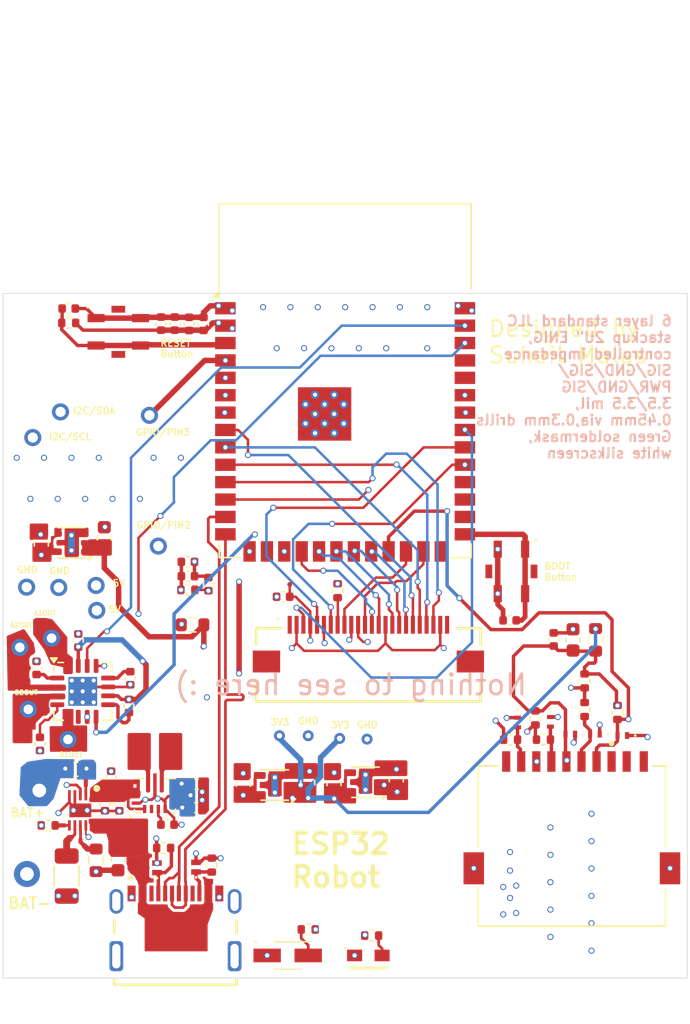
<source format=kicad_pcb>
(kicad_pcb (version 20240108) (generator "pcbnew") (generator_version "8.0")
  (layers (0 "F.Cu" signal) (1 "In1.Cu" signal) (2 "In2.Cu" signal) (3 "In3.Cu" signal) (4 "In4.Cu" signal) (31 "B.Cu" signal) (34 "B.Paste" user) (35 "F.Paste" user) (36 "B.SilkS" user "B.Silkscreen") (37 "F.SilkS" user "F.Silkscreen") (38 "B.Mask" user) (39 "F.Mask" user) (44 "Edge.Cuts" user))
  (net 0 "")
  (net 1 "+3V3")
  (net 2 "GND")
  (net 3 "+5V")
  (net 4 "Net-(U1-EN)")
  (net 5 "+2V8")
  (net 6 "Net-(U2-VINT)")
  (net 7 "Net-(U2-VCP)")
  (net 8 "VDC")
  (net 9 "Net-(IC1-VAUX)")
  (net 10 "VBUS")
  (net 11 "Net-(J10-Pin_1)")
  (net 12 "Net-(IC2-BAT)")
  (net 13 "+1V8")
  (net 14 "VCC_SD_3V3")
  (net 15 "/GPIO0")
  (net 16 "/AVCC_2V8")
  (net 17 "/RESET")
  (net 18 "Net-(D1-K)")
  (net 19 "/STAT2")
  (net 20 "Net-(D2-A)")
  (net 21 "/STAT1")
  (net 22 "Net-(D3-A)")
  (net 23 "Net-(D4-K)")
  (net 24 "Net-(D6-A2)")
  (net 25 "/D2{slash}SD_CS")
  (net 26 "/D8{slash}A8{slash}SCK")
  (net 27 "/D9{slash}A9{slash}MISO")
  (net 28 "Net-(IC1-L1)")
  (net 30 "Net-(IC1-L2)")
  (net 31 "Net-(IC2-TS{slash}MR)")
  (net 32 "Net-(IC2-ISET)")
  (net 33 "Net-(IC2-ILIM{slash}VSET)")
  (net 34 "/D+")
  (net 35 "/D-")
  (net 38 "Net-(J2-Pin_1)")
  (net 39 "Net-(J4-Pin_1)")
  (net 40 "/DVP_Y8")
  (net 41 "/XMCLK")
  (net 42 "/CAM_SCL")
  (net 43 "/PWDN")
  (net 44 "/DVP_Y6")
  (net 46 "/DVP_Y9")
  (net 47 "/DVP_VSYNC")
  (net 48 "/DVP_Y4")
  (net 49 "/DVP_Y2")
  (net 50 "/DVP_Y5")
  (net 51 "/DVP_PCLK")
  (net 52 "/DVP_Y7")
  (net 53 "/CAM_SDA")
  (net 54 "/DVP_Y3")
  (net 55 "/DVP_HREF")
  (net 59 "/D5{slash}I2C_SCL")
  (net 60 "/D4{slash}I2C_SDA")
  (net 61 "/D3{slash}A3")
  (net 62 "/D2{slash}A2")
  (net 63 "Net-(U2-AISEN)")
  (net 64 "Net-(U2-BISEN)")
  (net 65 "/D10{slash}A10{slash}MOSI")
  (net 70 "/M1B")
  (net 75 "/M2A")
  (net 76 "/M1A")
  (net 77 "/M2B")
  (net 84 "/SCK")
  (net 85 "/MISO")
  (net 86 "Net-(J3-Pin_1)")
  (net 87 "Net-(J5-Pin_1)")
  (footprint "SRP2512:INDC2520X120N" (layer "F.Cu") (at 132.05 104.45)
    (property "Reference" "L1" (hide yes))
    (property "Value" "1uH" (hide yes))
  )
  (footprint "Custom Connector:30 AWG" (layer "F.Cu") (at 122.85 101.375)
    (property "Reference" "J5" (hide yes))
    (property "Value" "30AWG" (hide yes))
  )
  (footprint "Capacitor_SMD:C_0603_1608Metric" (layer "F.Cu") (at 129.4 112.35 -90)
    (property "Reference" "C18" (hide yes))
    (property "Value" "1u" (hide yes))
  )
  (footprint "Capacitor_SMD:C_0603_1608Metric" (layer "F.Cu") (at 128.4 88.85 90)
    (property "Reference" "C9" (hide yes))
    (property "Value" "1u" (hide yes))
  )
  (footprint "Capacitor_SMD:C_0402_1005Metric" (layer "F.Cu") (at 129.5 108.3 -90)
    (property "Reference" "C14" (hide yes))
    (property "Value" "10u" (hide yes))
  )
  (footprint "Capacitor_SMD:C_0603_1608Metric" (layer "F.Cu") (at 143.2625 106.725 90)
    (property "Reference" "C6" (hide yes))
    (property "Value" "1u" (hide yes))
  )
  (footprint "TS21SMDBUTTON:TS2134035BK160SMTTR" (layer "F.Cu") (at 158.15 91.3 -90)
    (property "Reference" "SW2" (hide yes))
    (property "Value" "SPST_SMD" (hide yes))
  )
  (footprint "Capacitor_SMD:C_0603_1608Metric" (layer "F.Cu") (at 149.7375 106.525 90)
    (property "Reference" "C21" (hide yes))
    (property "Value" "1u" (hide yes))
  )
  (footprint "Capacitor_SMD:C_0603_1608Metric" (layer "F.Cu") (at 162.65 96.3 90)
    (property "Reference" "C24" (hide yes))
    (property "Value" "1u" (hide yes))
  )
  (footprint "TS21SMDBUTTON:TS2134035BK160SMTTR" (layer "F.Cu") (at 129.425 73.8)
    (property "Reference" "SW1" (hide yes))
    (property "Value" "SPST_SMD" (hide yes))
  )
  (footprint "Capacitor_SMD:C_0402_1005Metric" (layer "F.Cu") (at 136.01 92.23 90)
    (property "Reference" "C29" (hide yes))
    (property "Value" "4u7" (hide yes))
  )
  (footprint "ESD761DPYR:ESD761DPYR" (layer "F.Cu") (at 164.25 103.185 180)
    (property "Reference" "D6" (hide yes))
    (property "Value" "ESD761DPYR" (hide yes))
  )
  (footprint "Package_SON:WSON-6-1EP_2x2mm_P0.65mm_EP1x1.6mm_ThermalVias" (layer "F.Cu") (at 140.8625 106.9 180)
    (property "Reference" "U4" (hide yes))
    (property "Value" "TLV76733DRV" (hide yes))
  )
  (footprint "Capacitor_SMD:C_0402_1005Metric" (layer "F.Cu") (at 123.45 98.35 90)
    (property "Reference" "R6" (hide yes))
    (property "Value" "0m200" (hide yes))
  )
  (footprint "Connector:Motor Hole 30awg" (layer "F.Cu") (at 123.175 81.525)
    (property "Reference" "J27" (hide yes))
    (property "Value" "Conn_01x01" (hide yes))
  )
  (footprint "Capacitor_SMD:C_0402_1005Metric" (layer "F.Cu") (at 134.51 91.65)
    (property "Reference" "C27" (hide yes))
    (property "Value" "0u1" (hide yes))
  )
  (footprint "Capacitor_SMD:C_0402_1005Metric" (layer "F.Cu") (at 133.018 109.799)
    (property "Reference" "C15" (hide yes))
    (property "Value" "0u1" (hide yes))
  )
  (footprint "Connector:Motor Hole 30awg" (layer "F.Cu") (at 132.35 89.45)
    (property "Reference" "J14" (hide yes))
    (property "Value" "Conn_01x01" (hide yes))
  )
  (footprint "Capacitor_SMD:C_0402_1005Metric" (layer "F.Cu") (at 123.7 103.9 -90)
    (property "Reference" "R7" (hide yes))
    (property "Value" "0m200" (hide yes))
  )
  (footprint "Resistor_SMD:R_0402_1005Metric" (layer "F.Cu") (at 163.5 101.39 90)
    (property "Reference" "R13" (hide yes))
    (property "Value" "22" (hide yes))
  )
  (footprint "USB4215:GCT_USB4215-03-A_REVA" (layer "F.Cu") (at 133.6 119.4)
    (property "Reference" "J1" (hide yes))
    (property "Value" "USB4215" (hide yes))
  )
  (footprint "RS73100:155301RS73100" (layer "F.Cu") (at 147.695 119.61)
    (property "Reference" "D2" (hide yes))
    (property "Value" "155301GS73100" (hide yes))
  )
  (footprint "Resistor_SMD:R_0402_1005Metric" (layer "F.Cu") (at 132.74 111.5 180)
    (property "Reference" "R2" (hide yes))
    (property "Value" "5k1" (hide yes))
  )
  (footprint "F33Z-1A7Q1:F33Z1A7Q1E8C24" (layer "F.Cu") (at 147.7 98)
    (property "Reference" "J12" (hide yes))
    (property "Value" "CAM_Connector" (hide yes))
  )
  (footprint "Resistor_SMD:R_0402_1005Metric" (layer "F.Cu") (at 136.25 112.75 90)
    (property "Reference" "R3" (hide yes))
    (property "Value" "5k1" (hide yes))
  )
  (footprint "Capacitor_SMD:C_0402_1005Metric" (layer "F.Cu") (at 130.2 101.13 -90)
    (property "Reference" "C12" (hide yes))
    (property "Value" "0u01" (hide yes))
  )
  (footprint "Resistor_SMD:R_0402_1005Metric" (layer "F.Cu") (at 160.49 103.585 180)
    (property "Reference" "R12" (hide yes))
    (property "Value" "22" (hide yes))
  )
  (footprint "Connector:Motor Hole 30awg" (layer "F.Cu") (at 147.6 103.55 90)
    (property "Reference" "J15" (hide yes))
    (property "Value" "Conn_01x01" (hide yes))
  )
  (footprint "Custom Connector:BAT Wire" (layer "F.Cu") (at 122.75 113.4)
    (property "Reference" "J11" (hide yes))
    (property "Value" "BAT-" (hide yes))
  )
  (footprint "Package_SON:WSON-6-1EP_2x2mm_P0.65mm_EP1x1.6mm_ThermalVias" (layer "F.Cu") (at 126 89.2125 180)
    (property "Reference" "U5" (hide yes))
    (property "Value" "TLV76728DRV" (hide yes))
  )
  (footprint "Resistor_SMD:R_0402_1005Metric" (layer "F.Cu") (at 145.45 92.71 90)
    (property "Reference" "R18" (hide yes))
    (property "Value" "10k" (hide yes))
  )
  (footprint "Capacitor_SMD:C_0603_1608Metric" (layer "F.Cu") (at 123.8 89.3 90)
    (property "Reference" "C8" (hide yes))
    (property "Value" "1u" (hide yes))
  )
  (footprint "BQ25185:SON40P220X200X80-11N" (layer "F.Cu") (at 126.65 108.75 -90)
    (property "Reference" "IC2" (hide yes))
    (property "Value" "BQ25185DLHR" (hide yes))
  )
  (footprint "Resistor_SMD:R_1206_3216Metric" (layer "F.Cu") (at 125.65 113.55 -90)
    (property "Reference" "R8" (hide yes))
    (property "Value" "100k" (hide yes))
  )
  (footprint "Custom Connector:30 AWG" (layer "F.Cu") (at 125.75 103.575)
    (property "Reference" "J4" (hide yes))
    (property "Value" "30AWG" (hide yes))
  )
  (footprint "Capacitor_SMD:C_0402_1005Metric" (layer "F.Cu") (at 128.9 106.37 90)
    (property "Reference" "C13" (hide yes))
    (property "Value" "10u" (hide yes))
  )
  (footprint "Capacitor_SMD:C_0402_1005Metric" (layer "F.Cu") (at 141.47 93.15)
    (property "Reference" "C26" (hide yes))
    (property "Value" "2.2u" (hide yes))
  )
  (footprint "RF_Module:ESP32-S3-WROOM-1" (layer "F.Cu") (at 146 77.34)
    (property "Reference" "U1" (hide yes))
    (property "Value" "ESP32-S3")
  )
  (footprint "Connector:Motor Hole 30awg" (layer "F.Cu") (at 125.075 92.475)
    (property "Reference" "J22" (hide yes))
    (property "Value" "Conn_01x01" (hide yes))
  )
  (footprint "Capacitor_SMD:C_0402_1005Metric" (layer "F.Cu") (at 134.51 90.6)
    (property "Reference" "C28" (hide yes))
    (property "Value" "0u1" (hide yes))
  )
  (footprint "Capacitor_SMD:C_0402_1005Metric" (layer "F.Cu") (at 130.3 99.1 90)
    (property "Reference" "C10" (hide yes))
    (property "Value" "2.2u" (hide yes))
  )
  (footprint "ESD761DPYR:ESD761DPYR" (layer "F.Cu") (at 161 102.285 -90)
    (property "Reference" "D9" (hide yes))
    (property "Value" "ESD761DPYR" (hide yes))
  )
  (footprint "Capacitor_SMD:C_0402_1005Metric" (layer "F.Cu") (at 126.5 96.35 90)
    (property "Reference" "C11" (hide yes))
    (property "Value" "10u" (hide yes))
  )
  (footprint "Package_SON:WSON-6-1EP_2x2mm_P0.65mm_EP1x1.6mm_ThermalVias" (layer "F.Cu") (at 147.4875 106.7 180)
    (property "Reference" "U6" (hide yes))
    (property "Value" "TLV76718DRV" (hide yes))
  )
  (footprint "Connector:Motor Hole 30awg" (layer "F.Cu") (at 122.725 92.45)
    (property "Reference" "J23" (hide yes))
    (property "Value" "Conn_01x01" (hide yes))
  )
  (footprint "Connector:Motor Hole 30awg" (layer "F.Cu") (at 127.8 92.325)
    (property "Reference" "J25" (hide yes))
    (property "Value" "Conn_01x01" (hide yes))
  )
  (footprint "ESD761DPYR:ESD761DPYR" (layer "F.Cu") (at 158.6 102.335 -90)
    (property "Reference" "D8" (hide yes))
    (property "Value" "ESD761DPYR" (hide yes))
  )
  (footprint "Resistor_SMD:R_0402_1005Metric" (layer "F.Cu") (at 159.9 102 90)
    (property "Reference" "R14" (hide yes))
    (property "Value" "5K1" (hide yes))
  )
  (footprint "Capacitor_SMD:C_0402_1005Metric" (layer "F.Cu") (at 135.12 108.55)
    (property "Reference" "C17" (hide yes))
    (property "Value" "0u1" (hide yes))
  )
  (footprint "Capacitor_SMD:C_0402_1005Metric" (layer "F.Cu") (at 132.55 73.2 90)
    (property "Reference" "C2" (hide yes))
    (property "Value" "10u" (hide yes))
  )
  (footprint "Capacitor_SMD:C_0402_1005Metric" (layer "F.Cu") (at 133.55 73.2 90)
    (property "Reference" "C1" (hide yes))
    (property "Value" "10u" (hide yes))
  )
  (footprint "MSD-11:CUI_MSD-11-A" (layer "F.Cu") (at 162.57 111.365)
    (property "Reference" "J13" (hide yes))
    (property "Value" "Micro_SD_Card")
  )
  (footprint "MountingHole:MountingHole_2.2mm_M2_ISO7380" (layer "F.Cu") (at 124 76)
    (property "Reference" "H3" (hide yes))
    (property "Value" "M2 Hole")
  )
  (footprint "BAS21ILLYL:BAS21LLYL" (layer "F.Cu") (at 132.25 112.95 90)
    (property "Reference" "D1" (hide yes))
    (property "Value" "BAS21LLYL" (hide yes))
  )
  (footprint "APDA3020:APDA3020LZGCK" (layer "F.Cu") (at 141.8 119.35)
    (property "Reference" "D3" (hide yes))
    (property "Value" "APDA3020LSECK" (hide yes))
  )
  (footprint "Resistor_SMD:R_0402_1005Metric" (layer "F.Cu") (at 158.09 103.585 180)
    (property "Reference" "R11" (hide yes))
    (property "Value" "22" (hide yes))
  )
  (footprint "Capacitor_SMD:C_0603_1608Metric" (layer "F.Cu") (at 145.1875 106.8 90)
    (property "Reference" "C22" (hide yes))
    (property "Value" "1u" (hide yes))
  )
  (footprint "Capacitor_SMD:C_0402_1005Metric" (layer "F.Cu") (at 134.6 73.22 90)
    (property "Reference" "C3" (hide yes))
    (property "Value" "4u7" (hide yes))
  )
  (footprint "Resistor_SMD:R_0402_1005Metric" (layer "F.Cu") (at 165.9 101.6 90)
    (property "Reference" "R16" (hide yes))
    (property "Value" "5K1" (hide yes))
  )
  (footprint "MountingHole:MountingHole_2.2mm_M2_ISO7380" (layer "F.Cu") (at 168 97)
    (property "Reference" "H1" (hide yes))
    (property "Value" "M2 Hole")
  )
  (footprint "Capacitor_SMD:C_0402_1005Metric" (layer "F.Cu") (at 135.65 73.22 90)
    (property "Reference" "C4" (hide yes))
    (property "Value" "0u1" (hide yes))
  )
  (footprint "Connector:Motor Hole 30awg" (layer "F.Cu") (at 131.7 79.9)
    (property "Reference" "J29" (hide yes))
    (property "Value" "Conn_01x01" (hide yes))
  )
  (footprint "Custom Connector:BAT Wire" (layer "F.Cu") (at 123.65 107.3)
    (property "Reference" "J10" (hide yes))
    (property "Value" "BAT+" (hide yes))
  )
  (footprint "Resistor_SMD:R_0402_1005Metric" (layer "F.Cu") (at 124.3 109.85 180)
    (property "Reference" "R4" (hide yes))
    (property "Value" "10k" (hide yes))
  )
  (footprint "ESD761DPYR:ESD761DPYR" (layer "F.Cu") (at 162.45 103.185 180)
    (property "Reference" "D5" (hide yes))
    (property "Value" "ESD761DPYR" (hide yes))
  )
  (footprint "Connector:Motor Hole 30awg" (layer "F.Cu") (at 141.2 103.3 90)
    (property "Reference" "J18" (hide yes))
    (property "Value" "Conn_01x01" (hide yes))
  )
  (footprint "Custom Connector:30 AWG" (layer "F.Cu") (at 124.55 96.175)
    (property "Reference" "J2" (hide yes))
    (property "Value" "30AWG" (hide yes))
  )
  (footprint "Capacitor_SMD:C_0402_1005Metric" (layer "F.Cu") (at 128.45 108.3 -90)
    (property "Reference" "C19" (hide yes))
    (property "Value" "10u" (hide yes))
  )
  (footprint "Package_DFN_QFN:Texas_RTY_WQFN-16-1EP_4x4mm_P0.65mm_EP2.1x2.1mm_ThermalVias" (layer "F.Cu") (at 126.825 100.0625)
    (property "Reference" "U2" (hide yes))
    (property "Value" "DRV8833RTY" (hide yes))
  )
  (footprint "Capacitor_SMD:C_0402_1005Metric" (layer "F.Cu") (at 135.15 106.85)
    (property "Reference" "C16" (hide yes))
    (property "Value" "10u" (hide yes))
  )
  (footprint "Resistor_SMD:R_0402_1005Metric" (layer "F.Cu") (at 134.51 92.65)
    (property "Reference" "R17" (hide yes))
    (property "Value" "10k" (hide yes))
  )
  (footprint "ESD761DPYR:ESD761DPYR" (layer "F.Cu") (at 166.25 103.285 180)
    (property "Reference" "D7" (hide yes))
    (property "Value" "ESD761DPYR" (hide yes))
  )
  (footprint "Connector:Motor Hole 30awg" (layer "F.Cu") (at 125.2 79.65)
    (property "Reference" "J28" (hide yes))
    (property "Value" "Conn_01x01" (hide yes))
  )
  (footprint "BAS21ILLYL:BAS21LLYL" (layer "F.Cu") (at 135.1 112.9 90)
    (property "Reference" "D4" (hide yes))
    (property "Value" "BAS21LLYL" (hide yes))
  )
  (footprint "Connector:Motor Hole 30awg" (layer "F.Cu") (at 127.85 94.15)
    (property "Reference" "J24" (hide yes))
    (property "Value" "Conn_01x01" (hide yes))
  )
  (footprint "Capacitor_SMD:C_0402_1005Metric" (layer "F.Cu") (at 125.8 72.1)
    (property "Reference" "C7" (hide yes))
    (property "Value" "0u1" (hide yes))
  )
  (footprint "MountingHole:MountingHole_2.2mm_M2_ISO7380" (layer "F.Cu") (at 124 118)
    (property "Reference" "H2" (hide yes))
    (property "Value" "M2 Hole")
  )
  (footprint "Tested:test" (layer "F.Cu") (at 140.95 95.85)
    (property "Reference" "TP1" (hide yes))
    (property "Value" "TestPoint" (hide yes))
  )
  (footprint "Connector:Motor Hole 30awg" (layer "F.Cu") (at 145.6 103.5 90)
    (property "Reference" "J19" (hide yes))
    (property "Value" "Conn_01x01" (hide yes))
  )
  (footprint "Custom Connector:30 AWG" (layer "F.Cu") (at 122.225 96.85)
    (property "Reference" "J3" (hide yes))
    (property "Value" "30AWG" (hide yes))
  )
  (footprint "Capacitor_SMD:C_0402_1005Metric" (layer "F.Cu") (at 158.02 94.875 180)
    (property "Reference" "C25" (hide yes))
    (property "Value" "0u1" (hide yes))
  )
  (footprint "Resistor_SMD:R_0402_1005Metric" (layer "F.Cu") (at 163.5 99.3 90)
    (property "Reference" "R15" (hide yes))
    (property "Value" "5K1" (hide yes))
  )
  (footprint "Resistor_SMD:R_0603_1608Metric" (layer "F.Cu") (at 127.8 112.4 -90)
    (property "Reference" "R5" (hide yes))
    (property "Value" "300" (hide yes))
  )
  (footprint "Resistor_SMD:R_0603_1608Metric" (layer "F.Cu") (at 134.85 95.2 180)
    (property "Reference" "FB1" (hide yes))
    (property "Value" "120R-1.4A" (hide yes))
  )
  (footprint "Capacitor_SMD:C_0603_1608Metric" (layer "F.Cu") (at 126.325 105.75 180)
    (property "Reference" "C20" (hide yes))
    (property "Value" "1u" (hide yes))
  )
  (footprint "Resistor_SMD:R_0402_1005Metric" (layer "F.Cu") (at 143.3 117.45)
    (property "Reference" "R10" (hide yes))
    (property "Value" "5k1" (hide yes))
  )
  (footprint "Resistor_SMD:R_0402_1005Metric" (layer "F.Cu") (at 147.94 117.9 180)
    (property "Reference" "R1" (hide yes))
    (property "Value" "5k1" (hide yes))
  )
  (footprint "Connector:Motor Hole 30awg" (layer "F.Cu") (at 143.3 103.3 90)
    (property "Reference" "J16" (hide yes))
    (property "Value" "Conn_01x01" (hide yes))
  )
  (footprint "Resistor_SMD:R_0603_1608Metric" (layer "F.Cu") (at 164.3 96.3 -90)
    (property "Reference" "FB2" (hide yes))
    (property "Value" "120R-1.4A" (hide yes))
  )
  (footprint "TPS63070:TPS630701RNMR" (layer "F.Cu") (at 132.1 108.212 90)
    (property "Reference" "IC1" (hide yes))
    (property "Value" "TPS630701RNMR" (hide yes))
  )
  (footprint "Resistor_SMD:R_0402_1005Metric" (layer "F.Cu") (at 125.8 73.15 180)
    (property "Reference" "R9" (hide yes))
    (property "Value" "10k" (hide yes))
  )
  (footprint "Capacitor_SMD:C_0603_1608Metric" (layer "F.Cu") (at 138.5625 106.85 90)
    (property "Reference" "C5" (hide yes))
    (property "Value" "1u" (hide yes))
  )
  (footprint "Capacitor_SMD:C_0402_1005Metric" (layer "F.Cu") (at 161.2375 96.27 90)
    (property "Reference" "C23" (hide yes))
    (property "Value" "0u1" (hide yes))
  )
  (gr_rect (start 121 71) (end 171 121) (stroke (width 0.05)) (fill none) (layer "Edge.Cuts"))
  (gr_text "Nothing to see here :)" (at 159.4 100.45 0) (layer "B.SilkS") (effects (font (size 1.5 1.5) (thickness 0.2) (bold yes)) (justify left bottom mirror)))
  (gr_text "6 layer standard JLC \nstackup 2U{dblquote} ENIG, \ncontrolled impedance\nSIG/GND/SIG/\nPWR/GND/SIG\n3.5/3.5 mil, \n0.45mm via,0.3mm drills\nGreen soldermask, \nwhite silkscreen" (at 169.95 83.1 0) (layer "B.SilkS") (effects (font (size 0.75 0.75) (thickness 0.15) (bold yes)) (justify left bottom mirror)))
  (gr_text "GPIO/PIN2\n\n" (at 130.7 89 0) (layer "F.SilkS") (effects (font (size 0.49 0.49) (thickness 0.098)) (justify left bottom)))
  (gr_text "B1OUT" (at 125.075 104.875 0) (layer "F.SilkS") (effects (font (size 0.35 0.35) (thickness 0.075) (bold yes)) (justify left bottom)))
  (gr_text "A1OUT" (at 123.2 94.55 0) (layer "F.SilkS") (effects (font (size 0.35 0.35) (thickness 0.075) (bold yes)) (justify left bottom)))
  (gr_text "GND\n" (at 124.325 91.55 0) (layer "F.SilkS") (effects (font (size 0.49 0.49) (thickness 0.098)) (justify left bottom)))
  (gr_text "GND\n" (at 146.8 102.8 0) (layer "F.SilkS") (effects (font (size 0.49 0.49) (thickness 0.098)) (justify left bottom)))
  (gr_text "BAT+\n" (at 121.45 109.3 0) (layer "F.SilkS") (effects (font (size 0.65 0.65) (thickness 0.13) (bold yes)) (justify left bottom)))
  (gr_text "GND\n" (at 142.5 102.5 0) (layer "F.SilkS") (effects (font (size 0.49 0.49) (thickness 0.098)) (justify left bottom)))
  (gr_text "I2C/SDA" (at 126.05 79.85 0) (layer "F.SilkS") (effects (font (size 0.49 0.49) (thickness 0.098)) (justify left bottom)))
  (gr_text "5V" (at 128.65 94.35 0) (layer "F.SilkS") (effects (font (size 0.49 0.49) (thickness 0.098)) (justify left bottom)))
  (gr_text "3V3\n" (at 144.9 102.8 0) (layer "F.SilkS") (effects (font (size 0.49 0.49) (thickness 0.098)) (justify left bottom)))
  (gr_text "ESP32 \nRobot" (at 141.9 114.5 0) (layer "F.SilkS") (effects (font (size 1.5 1.5) (thickness 0.3) (bold yes)) (justify left bottom)))
  (gr_text "Designed by \nSuheil Malas\n" (at 156.4 76.2 0) (layer "F.SilkS") (effects (font (size 1.2 1.2)) (justify left bottom)))
  (gr_text "GND\n" (at 121.95 91.475 0) (layer "F.SilkS") (effects (font (size 0.49 0.49) (thickness 0.098)) (justify left bottom)))
  (gr_text "B2OUT" (at 121.8 100.35 0) (layer "F.SilkS") (effects (font (size 0.35 0.35) (thickness 0.075) (bold yes)) (justify left bottom)))
  (gr_text "GPIO/PIN3\n" (at 130.65 81.425 0) (layer "F.SilkS") (effects (font (size 0.49 0.49) (thickness 0.098)) (justify left bottom)))
  (gr_text "3V3" (at 140.5 102.6 0) (layer "F.SilkS") (effects (font (size 0.49 0.49) (thickness 0.098)) (justify left bottom)))
  (gr_text "BOOT\nButton" (at 160.5 92 0) (layer "F.SilkS") (effects (font (size 0.49 0.49) (thickness 0.098)) (justify left bottom)))
  (gr_text "A2OUT" (at 121.475 95.425 0) (layer "F.SilkS") (effects (font (size 0.35 0.35) (thickness 0.075) (bold yes)) (justify left bottom)))
  (gr_text "RESET \nButton" (at 132.45 75.7 0) (layer "F.SilkS") (effects (font (size 0.49 0.49) (thickness 0.098)) (justify left bottom)))
  (gr_text "5V" (at 128.95 92.45 0) (layer "F.SilkS") (effects (font (size 0.49 0.49) (thickness 0.098)) (justify left bottom)))
  (gr_text "I2C/SCL\n" (at 124.3 81.75 0) (layer "F.SilkS") (effects (font (size 0.49 0.49) (thickness 0.098)) (justify left bottom)))
  (gr_text "BAT-" (at 121.3 116 0) (layer "F.SilkS") (effects (font (size 0.8 0.8) (thickness 0.16) (bold yes)) (justify left bottom)))
  (segment (start 132.55 73.68) (end 135.63 73.68) (width 0.4) (layer "F.Cu") (net 1))
  (segment (start 137.25 73.35) (end 137.05 73.15) (width 0.4) (layer "F.Cu") (net 1))
  (segment (start 135.63 73.68) (end 135.65 73.7) (width 0.4) (layer "F.Cu") (net 1))
  (segment (start 134.03 92.62) (end 134 92.65) (width 0.25) (layer "F.Cu") (net 1))
  (segment (start 134.03 90.6) (end 134.03 92.62) (width 0.25) (layer "F.Cu") (net 1))
  (segment (start 136.317556 73.15) (end 135.767556 73.7) (width 0.4) (layer "F.Cu") (net 1))
  (segment (start 137.05 73.15) (end 136.317556 73.15) (width 0.4) (layer "F.Cu") (net 1))
  (segment (start 126.84 73.68) (end 132.55 73.68) (width 0.25) (layer "F.Cu") (net 1))
  (segment (start 135.767556 73.7) (end 135.65 73.7) (width 0.4) (layer "F.Cu") (net 1))
  (segment (start 164.3 95.475) (end 164.3 95.5) (width 0.25) (layer "F.Cu") (net 1))
  (segment (start 126.31 73.15) (end 126.84 73.68) (width 0.25) (layer "F.Cu") (net 1))
  (segment (start 138.25 98.75) (end 138.25 92.05) (width 0.4) (layer "F.Cu") (net 1))
  (via (at 138.25 92.05) (size 0.45) (drill 0.3) (layers "F.Cu" "B.Cu") (net 1))
  (via (at 142.75 106.9) (size 0.45) (drill 0.3) (layers "F.Cu" "B.Cu") (net 1))
  (via (at 138.25 98.75) (size 0.45) (drill 0.3) (layers "F.Cu" "B.Cu") (net 1))
  (via (at 164.3 95.5) (size 0.45) (drill 0.3) (layers "F.Cu" "B.Cu") (net 1))
  (via (at 134 92.65) (size 0.45) (drill 0.3) (layers "F.Cu" "B.Cu") (net 1))
  (via (at 145.2 107.9) (size 0.45) (drill 0.3) (layers "F.Cu" "B.Cu") (net 1))
  (via (at 137.75 73.55) (size 0.45) (drill 0.3) (layers "F.Cu" "B.Cu") (net 1))
  (via (at 142.15 107.85) (size 0.45) (drill 0.3) (layers "F.Cu" "B.Cu") (net 1))
  (via (at 136.75 73.15) (size 0.45) (drill 0.3) (layers "F.Cu" "B.Cu") (net 1))
  (via (at 143.3 107.85) (size 0.45) (drill 0.3) (layers "F.Cu" "B.Cu") (net 1))
  (segment (start 143.3 107.2) (end 144.2 106.3) (width 0.4) (layer "B.Cu") (net 1))
  (segment (start 145.15 107.85) (end 143.3 107.85) (width 0.4) (layer "B.Cu") (net 1))
  (segment (start 164.3 96.7) (end 152.1 108.9) (width 0.25) (layer "B.Cu") (net 1))
  (segment (start 144.2 106.3) (end 144.2 104.9) (width 0.4) (layer "B.Cu") (net 1))
  (segment (start 152.1 108.9) (end 146.2 108.9) (width 0.25) (layer "B.Cu") (net 1))
  (segment (start 142.75 106.9) (end 142.75 105.05) (width 0.4) (layer "B.Cu") (net 1))
  (segment (start 141.2 103.5) (end 141.2 103.3) (width 0.4) (layer "B.Cu") (net 1))
  (segment (start 145.2 107.9) (end 145.15 107.85) (width 0.4) (layer "B.Cu") (net 1))
  (segment (start 164.3 95.5) (end 164.3 96.7) (width 0.25) (layer "B.Cu") (net 1))
  (segment (start 142.75 105.05) (end 141.2 103.5) (width 0.4) (layer "B.Cu") (net 1))
  (segment (start 146.2 108.9) (end 145.2 107.9) (width 0.25) (layer "B.Cu") (net 1))
  (segment (start 144.2 104.9) (end 145.6 103.5) (width 0.4) (layer "B.Cu") (net 1))
  (segment (start 143.3 107.85) (end 143.3 107.2) (width 0.4) (layer "B.Cu") (net 1))
  (segment (start 131.023 108.224) (end 130.7 108.224) (width 0.2) (layer "F.Cu") (net 2))
  (segment (start 133.498 109.799) (end 134.048 109.799) (width 0.2) (layer "F.Cu") (net 2))
  (segment (start 134.99 90.6) (end 134.99 90.58311) (width 0.25) (layer "F.Cu") (net 2))
  (segment (start 131.4 107.974) (end 131.876 107.974) (width 0.2) (layer "F.Cu") (net 2))
  (segment (start 127.9 113.125) (end 127.8 113.225) (width 0.4) (layer "F.Cu") (net 2))
  (segment (start 132.85 108.65) (end 133.498 109.298) (width 0.2) (layer "F.Cu") (net 2))
  (segment (start 135.65 72.74) (end 135.65 72.4) (width 0.4) (layer "F.Cu") (net 2))
  (segment (start 136.75 72.1) (end 136.75 71.9) (width 0.4) (layer "F.Cu") (net 2))
  (segment (start 152.95 95.2) (end 152.95 96.65) (width 0.18378) (layer "F.Cu") (net 2))
  (segment (start 131.273 107.974) (end 131.023 108.224) (width 0.2) (layer "F.Cu") (net 2))
  (segment (start 134.99 91.65) (end 135.91 91.65) (width 0.25) (layer "F.Cu") (net 2))
  (segment (start 132.85 108.15) (end 132.85 108.15) (width 0.2) (layer "F.Cu") (net 2))
  (segment (start 129.5 108.8) (end 129.5 108.78) (width 0.2) (layer "F.Cu") (net 2))
  (segment (start 135.65 72.74) (end 131.11 72.74) (width 0.4) (layer "F.Cu") (net 2))
  (segment (start 143 97.1) (end 148.4 97.1) (width 0.18378) (layer "F.Cu") (net 2))
  (segment (start 152.95 96.65) (end 152.55 97.05) (width 0.18378) (layer "F.Cu") (net 2))
  (segment (start 133.5 107.724) (end 133.076 107.724) (width 0.2) (layer "F.Cu") (net 2))
  (segment (start 127.3 108.9) (end 127.15 108.75) (width 0.25) (layer "F.Cu") (net 2))
  (segment (start 132.23 111.5) (end 132.23 112.1) (width 0.25) (layer "F.Cu") (net 2))
  (segment (start 142.45 95.2) (end 142.45 96.55) (width 0.18378) (layer "F.Cu") (net 2))
  (segment (start 127.22 108.68) (end 127.15 108.75) (width 0.25) (layer "F.Cu") (net 2))
  (segment (start 128.42 108.75) (end 128.45 108.78) (width 0.2) (layer "F.Cu") (net 2))
  (segment (start 135.91 91.65) (end 136.01 91.75) (width 0.25) (layer "F.Cu") (net 2))
  (segment (start 137.089612 72.08) (end 137.25 72.08) (width 0.3) (layer "F.Cu") (net 2))
  (segment (start 162.8 103.7) (end 162.7 103.8) (width 0.25) (layer "F.Cu") (net 2))
  (segment (start 128.45 108.78) (end 128.45 108.8) (width 0.2) (layer "F.Cu") (net 2))
  (segment (start 158.6 101.985) (end 157.815 101.985) (width 0.25) (layer "F.Cu") (net 2))
  (segment (start 157.15 93.725) (end 157.15 92.925) (width 0.35) (layer "F.Cu") (net 2))
  (segment (start 131.876 107.974) (end 132.1 107.75) (width 0.2) (layer "F.Cu") (net 2))
  (segment (start 125.85 107.65) (end 125.85 108.2) (width 0.2) (layer "F.Cu") (net 2))
  (segment (start 128.45 108.8) (end 129.5 108.8) (width 0.2) (layer "F.Cu") (net 2))
  (segment (start 132.85 108.65) (end 132.85 108.15) (width 0.2) (layer "F.Cu") (net 2))
  (segment (start 136.75 71.9) (end 136.95 71.9) (width 0.4) (layer "F.Cu") (net 2))
  (segment (start 132.23 112.1) (end 132.23 112.58) (width 0.25) (layer "F.Cu") (net 2))
  (segment (start 132.3 107.9) (end 132.1 107.7) (width 0.2) (layer "F.Cu") (net 2))
  (segment (start 126.25 108.35) (end 126.65 108.75) (width 0.2) (layer "F.Cu") (net 2))
  (segment (start 131.4 107.974) (end 131.273 107.974) (width 0.2) (layer "F.Cu") (net 2))
  (segment (start 128.45 108.78) (end 126.68 108.78) (width 0.2) (layer "F.Cu") (net 2))
  (segment (start 152.95 96.65) (end 153.2 96.9) (width 0.18378) (layer "F.Cu") (net 2))
  (segment (start 126.68 108.78) (end 126.65 108.75) (width 0.2) (layer "F.Cu") (net 2))
  (segment (start 133.498 109.298) (end 133.498 109.799) (width 0.2) (layer "F.Cu") (net 2))
  (segment (start 148.95 96.55) (end 148.95 96.3) (width 0.18378) (layer "F.Cu") (net 2))
  (segment (start 133.076 107.724) (end 132.85 107.95) (width 0.2) (layer "F.Cu") (net 2))
  (segment (start 136.95 71.9) (end 136.8 72.05) (width 0.4) (layer "F.Cu") (net 2))
  (segment (start 162.8 103.185) (end 162.8 103.7) (width 0.25) (layer "F.Cu") (net 2))
  (segment (start 157.15 89.675) (end 157.15 92.925) (width 0.4) (layer "F.Cu") (net 2))
  (segment (start 126.25 107.65) (end 126.25 108.35) (width 0.2) (layer "F.Cu") (net 2))
  (segment (start 132.1 107.75) (end 132.1 106.899) (width 0.2) (layer "F.Cu") (net 2))
  (segment (start 132.23 110.83) (end 132.2 110.8) (width 0.25) (layer "F.Cu") (net 2))
  (segment (start 135.65 72.4) (end 136.15 71.9) (width 0.4) (layer "F.Cu") (net 2))
  (segment (start 136.83 72.08) (end 137.25 72.08) (width 0.4) (layer "F.Cu") (net 2))
  (segment (start 129.4 113.125) (end 127.9 113.125) (width 0.4) (layer "F.Cu") (net 2))
  (segment (start 125.85 107.65) (end 125.85 108.15) (width 0.2) (layer "F.Cu") (net 2))
  (segment (start 162.385 95.79) (end 162.65 95.525) (width 0.25) (layer "F.Cu") (net 2))
  (segment (start 126.4 108.75) (end 126.15 108.75) (width 0.2) (layer "F.Cu") (net 2))
  (segment (start 157.815 101.985) (end 157.8 102) (width 0.25) (layer "F.Cu") (net 2))
  (segment (start 166.6 103.285) (end 167.985 103.285) (width 0.25) (layer "F.Cu") (net 2))
  (segment (start 167.985 103.285) (end 168.1 103.4) (width 0.25) (layer "F.Cu") (net 2))
  (segment (start 137.076608 72.093004) (end 137.089612 72.08) (width 0.3) (layer "F.Cu") (net 2))
  (segment (start 132.6 107.9) (end 132.3 107.9) (width 0.2) (layer "F.Cu") (net 2))
  (segment (start 161.2375 95.79) (end 162.385 95.79) (width 0.25) (layer "F.Cu") (net 2))
  (segment (start 135.71 112.24) (end 136.25 112.24) (width 0.25) (layer "F.Cu") (net 2))
  (segment (start 125.85 108.15) (end 125.05 108.95) (width 0.2) (layer "F.Cu") (net 2))
  (segment (start 148.4 97.1) (end 148.95 96.55) (width 0.18378) (layer "F.Cu") (net 2))
  (segment (start 136.15 71.9) (end 136.75 71.9) (width 0.4) (layer "F.Cu") (net 2))
  (segment (start 157.54 94.875) (end 157.54 94.115) (width 0.35) (layer "F.Cu") (net 2))
  (segment (start 132.1 107.7) (end 132.1 106.899) (width 0.2) (layer "F.Cu") (net 2))
  (segment (start 130.3 99.55) (end 130.33 99.55) (width 0.2) (layer "F.Cu") (net 2))
  (segment (start 137.076608 72.093004) (end 136.933004 72.093004) (width 0.3) (layer "F.Cu") (net 2))
  (segment (start 132.85 108.15) (end 132.6 107.9) (width 0.2) (layer "F.Cu") (net 2))
  (segment (start 131.05 72.8) (end 127.8 72.8) (width 0.4) (layer "F.Cu") (net 2))
  (segment (start 132.23 112.58) (end 132.25 112.6) (width 0.25) (layer "F.Cu") (net 2))
  (segment (start 131.11 72.74) (end 131.05 72.8) (width 0.4) (layer "F.Cu") (net 2))
  (segment (start 132.85 107.95) (end 132.85 108.15) (width 0.2) (layer "F.Cu") (net 2))
  (segment (start 152.55 97.05) (end 149.45 97.05) (width 0.18378) (layer "F.Cu") (net 2))
  (segment (start 128.6875 99.7375) (end 127.15 99.7375) (width 0.2) (layer "F.Cu") (net 2))
  (segment (start 127.1 72.1) (end 127.8 72.8) (width 0.25) (layer "F.Cu") (net 2))
  (segment (start 126.28 72.1) (end 127.1 72.1) (width 0.25) (layer "F.Cu") (net 2))
  (segment (start 135.4 112.55) (end 135.71 112.24) (width 0.25) (layer "F.Cu") (net 2))
  (segment (start 132.23 111.5) (end 132.23 110.83) (width 0.25) (layer "F.Cu") (net 2))
  (segment (start 136.77 72.08) (end 136.75 72.1) (width 0.4) (layer "F.Cu") (net 2))
  (segment (start 128.6875 99.7375) (end 130.1425 99.7375) (width 0.2) (layer "F.Cu") (net 2))
  (segment (start 136.89 112.24) (end 136.9 112.25) (width 0.25) (layer "F.Cu") (net 2))
  (segment (start 126.4 108.75) (end 126.4 108.75) (width 0.2) (layer "F.Cu") (net 2))
  (segment (start 135.1 112.55) (end 135.1 111.9) (width 0.25) (layer "F.Cu") (net 2))
  (segment (start 126.65 108.75) (end 126.4 108.75) (width 0.2) (layer "F.Cu") (net 2))
  (segment (start 149.45 97.05) (end 148.95 96.55) (width 0.18378) (layer "F.Cu") (net 2))
  (segment (start 142.45 96.55) (end 143 97.1) (width 0.18378) (layer "F.Cu") (net 2))
  (segment (start 126.15 108.5) (end 125.85 108.2) (width 0.2) (layer "F.Cu") (net 2))
  (segment (start 130.3 99.58) (end 130.3 99.55) (width 0.2) (layer "F.Cu") (net 2))
  (segment (start 148.95 96.3) (end 148.95 95.95) (width 0.18378) (layer "F.Cu") (net 2))
  (segment (start 134.99 91.65) (end 134.99 90.6) (width 0.25) (layer "F.Cu") (net 2))
  (segment (start 148.95 95.95) (end 148.95 95.2) (width 0.18378) (layer "F.Cu") (net 2))
  (segment (start 142.45 96.55) (end 142.1 96.9) (width 0.18378) (layer "F.Cu") (net 2))
  (segment (start 136.933004 72.093004) (end 136.92 72.08) (width 0.3) (layer "F.Cu") (net 2))
  (segment (start 136.8 72.05) (end 136.83 72.08) (width 0.4) (layer "F.Cu") (net 2))
  (segment (start 136.25 112.24) (end 136.89 112.24) (width 0.25) (layer "F.Cu") (net 2))
  (segment (start 130.1425 99.7375) (end 130.3 99.58) (width 0.2) (layer "F.Cu") (net 2))
  (segment (start 164.6 103.185) (end 164.6 102.5) (width 0.25) (layer "F.Cu") (net 2))
  (segment (start 127.15 99.7375) (end 126.825 100.0625) (width 0.2) (layer "F.Cu") (net 2))
  (segment (start 126.15 108.75) (end 126.15 108.5) (width 0.2) (layer "F.Cu") (net 2))
  (segment (start 157.54 94.115) (end 157.15 93.725) (width 0.35) (layer "F.Cu") (net 2))
  (segment (start 130.33 99.55) (end 130.3 99.58) (width 0.2) (layer "F.Cu") (net 2))
  (segment (start 161.535 101.935) (end 161 101.935) (width 0.25) (layer "F.Cu") (net 2))
  (segment (start 135.1 112.55) (end 135.4 112.55) (width 0.25) (layer "F.Cu") (net 2))
  (via (at 135.1 111.9) (size 0.45) (drill 0.3) (layers "F.Cu" "B.Cu") (net 2))
  (via (at 131.4 107.974) (size 0.45) (drill 0.3) (layers "F.Cu" "B.Cu") (net 2))
  (via (at 169.74 112.985) (size 0.45) (drill 0.3) (layers "F.Cu" "B.Cu") (net 2))
  (via (at 154.25 71.9) (size 0.45) (drill 0.3) (layers "F.Cu" "B.Cu") (net 2))
  (via (at 161 116) (size 0.45) (drill 0.3) (layers "F.Cu" "B.Cu") (net 2))
  (via (at 161 112) (size 0.45) (drill 0.3) (layers "F.Cu" "B.Cu") (net 2))
  (via (at 158.05 115.15) (size 0.45) (drill 0.3) (layers "F.Cu" "B.Cu") (net 2))
  (via (at 144 72) (size 0.45) (drill 0.3) (layers "F.Cu" "B.Cu") (net 2))
  (via (at 123 86) (size 0.45) (drill 0.3) (layers "F.Cu" "B.Cu") (net 2))
  (via (at 131 86) (size 0.45) (drill 0.3) (layers "F.Cu" "B.Cu") (net 2))
  (via (at 142.1 96.9) (size 0.45) (drill 0.3) (layers "F.Cu" "B.Cu") (net 2))
  (via (at 150 72) (size 0.45) (drill 0.3) (layers "F.Cu" "B.Cu") (net 2))
  (via (at 134.048 109.799) (size 0.45) (drill 0.3) (layers "F.Cu" "B.Cu") (net 2))
  (via (at 141 75) (size 0.45) (drill 0.3) (layers "F.Cu" "B.Cu") (net 2))
  (via (at 123.75 88.6) (size 0.45) (drill 0.3) (layers "F.Cu" "B.Cu") (net 2))
  (via (at 141 93.15) (size 0.45) (drill 0.3) (layers "F.Cu" "B.Cu") (net 2))
  (via (at 124 83) (size 0.45) (drill 0.3) (layers "F.Cu" "B.Cu") (net 2))
  (via (at 127 86) (size 0.45) (drill 0.3) (layers "F.Cu" "B.Cu") (net 2))
  (via (at 157.15 92.925) (size 0.45) (drill 0.3) (layers "F.Cu" "B.Cu") (net 2))
  (via (at 138.55 106.05) (size 0.45) (drill 0.3) (layers "F.Cu" "B.Cu") (net 2))
  (via (at 126.25 115) (size 0.45) (drill 0.3) (layers "F.Cu" "B.Cu") (net 2))
  (via (at 164 113) (size 0.45) (drill 0.3) (layers "F.Cu" "B.Cu") (net 2))
  (via (at 129.5 108.8) (size 0.45) (drill 0.3) (layers "F.Cu" "B.Cu") (net 2))
  (via (at 143.4 105.9) (size 0.45) (drill 0.3) (layers "F.Cu" "B.Cu") (net 2))
  (via (at 164 111) (size 0.45) (drill 0.3) (layers "F.Cu" "B.Cu") (net 2))
  (via (at 140 72) (size 0.45) (drill 0.3) (layers "F.Cu" "B.Cu") (net 2))
  (via (at 135.55 108) (size 0.45) (drill 0.3) (layers "F.Cu" "B.Cu") (net 2))
  (via (at 157.55 116.35) (size 0.45) (drill 0.3) (layers "F.Cu" "B.Cu") (net 2))
  (via (at 130.4 115.1) (size 0.45) (drill 0.3) (layers "F.Cu" "B.Cu") (net 2))
  (via (at 136.8 115.1) (size 0.45) (drill 0.3) (layers "F.Cu" "B.Cu") (net 2))
  (via (at 157.8 102) (size 0.45) (drill 0.3) (layers "F.Cu" "B.Cu") (net 2))
  (via (at 160 105.185) (size 0.45) (drill 0.3) (layers "F.Cu" "B.Cu") (net 2))
  (via (at 123.7 104.4) (size 0.45) (drill 0.3) (layers "F.Cu" "B.Cu") (net 2))
  (via (at 128 83) (size 0.45) (drill 0.3) (layers "F.Cu" "B.Cu") (net 2))
  (via (at 132.3 107.9) (size 0.45) (drill 0.3) (layers "F.Cu" "B.Cu") (net 2))
  (via (at 161 114) (size 0.45) (drill 0.3) (layers "F.Cu" "B.Cu") (net 2))
  (via (at 145.45 92.2) (size 0.45) (drill 0.3) (layers "F.Cu" "B.Cu") (net 2))
  (via (at 155.25 72.25) (size 0.45) (drill 0.3) (layers "F.Cu" "B.Cu") (net 2))
  (via (at 129 86) (size 0.45) (drill 0.3) (layers "F.Cu" "B.Cu") (net 2))
  (via (at 132 83) (size 0.45) (drill 0.3) (layers "F.Cu" "B.Cu") (net 2))
  (via (at 148 72) (size 0.45) (drill 0.3) (layers "F.Cu" "B.Cu") (net 2))
  (via (at 164 115) (size 0.45) (drill 0.3) (layers "F.Cu" "B.Cu") (net 2))
  (via (at 125.05 115) (size 0.45) (drill 0.3) (layers "F.Cu" "B.Cu") (net 2))
  (via (at 164 109) (size 0.45) (drill 0.3) (layers "F.Cu" "B.Cu") (net 2))
  (via (at 149.75 105.75) (size 0.45) (drill 0.3) (layers "F.Cu" "B.Cu") (net 2))
  (via (at 145 75) (size 0.45) (drill 0.3) (layers "F.Cu" "B.Cu") (net 2))
  (via (at 134 83) (size 0.45) (drill 0.3) (layers "F.Cu" "B.Cu") (net 2))
  (via (at 142 72) (size 0.45) (drill 0.3) (layers "F.Cu" "B.Cu") (net 2))
  (via (at 146 72) (size 0.45) (drill 0.3) (layers "F.Cu" "B.Cu") (net 2))
  (via (at 155.4 112.985) (size 0.45) (drill 0.3) (layers "F.Cu" "B.Cu") (net 2))
  (via (at 157.55 114.35) (size 0.45) (drill 0.3) (layers "F.Cu" "B.Cu") (net 2))
  (via (at 158.5 114.25) (size 0.45) (drill 0.3) (layers "F.Cu" "B.Cu") (net 2))
  (via (at 136.75 71.9) (size 0.45) (drill 0.3) (layers "F.Cu" "B.Cu") (net 2))
  (via (at 136.9 112.25) (size 0.45) (drill 0.3) (layers "F.Cu" "B.Cu") (net 2))
  (via (at 126 83) (size 0.45) (drill 0.3) (layers "F.Cu" "B.Cu") (net 2))
  (via (at 132.2 110.8) (size 0.45) (drill 0.3) (layers "F.Cu" "B.Cu") (net 2))
  (via (at 161 118) (size 0.45) (drill 0.3) (layers "F.Cu" "B.Cu") (net 2))
  (via (at 137.75 72.25) (size 0.45) (drill 0.3) (layers "F.Cu" "B.Cu") (net 2))
  (via (at 152 72) (size 0.45) (drill 0.3) (layers "F.Cu" "B.Cu") (net 2))
  (via (at 164 119) (size 0.45) (drill 0.3) (layers "F.Cu" "B.Cu") (net 2))
  (via (at 161.535 101.935) (size 0.45) (drill 0.3) (layers "F.Cu" "B.Cu") (net 2))
  (via (at 158.05 113.15) (size 0.45) (drill 0.3) (layers "F.Cu" "B.Cu") (net 2))
  (via (at 153.2 96.9) (size 0.45) (drill 0.3) (layers "F.Cu" "B.Cu") (net 2))
  (via (at 162.65 95.525) (size 0.45) (drill 0.3) (layers "F.Cu" "B.Cu") (net 2))
  (via (at 164.6 102.5) (size 0.45) (drill 0.3) (layers "F.Cu" "B.Cu") (net 2))
  (via (at 123.45 97.85) (size 0.45) (drill 0.3) (layers "F.Cu" "B.Cu") (net 2))
  (via (at 123.8 109.85) (size 0.45) (drill 0.3) (layers "F.Cu" "B.Cu") (net 2))
  (via (at 127.15 108.75) (size 0.45) (drill 0.3) (layers "F.Cu" "B.Cu") (net 2))
  (via (at 122 83) (size 0.45) (drill 0.3) (layers "F.Cu" "B.Cu") (net 2))
  (via (at 152 75) (size 0.45) (drill 0.3) (layers "F.Cu" "B.Cu") (net 2))
  (via (at 128.45 108.8) (size 0.45) (drill 0.3) (layers "F.Cu" "B.Cu") (net 2))
  (via (at 164 117) (size 0.45) (drill 0.3) (layers "F.Cu" "B.Cu") (net 2))
  (via (at 125.05 108.95) (size 0.45) (drill 0.3) (layers "F.Cu" "B.Cu") (net 2))
  (via (at 168.1 103.4) (size 0.45) (drill 0.3) (layers "F.Cu" "B.Cu") (net 2))
  (via (at 158.5 116.25) (size 0.45) (drill 0.3) (layers "F.Cu" "B.Cu") (net 2))
  (via (at 127.8 113.225) (size 0.45) (drill 0.3) (layers "F.Cu" "B.Cu") (net 2))
  (via (at 126.5 95.85) (size 0.45) (drill 0.3) (layers "F.Cu" "B.Cu") (net 2))
  (via (at 130.3 99.55) (size 0.45) (drill 0.3) (layers "F.Cu" "B.Cu") (net 2))
  (via (at 135.55 107.4) (size 0.45) (drill 0.3) (layers "F.Cu" "B.Cu") (net 2))
  (via (at 162.7 103.8) (size 0.45) (drill 0.3) (layers "F.Cu" "B.Cu") (net 2))
  (via (at 157.15 89.675) (size 0.45) (drill 0.3) (layers "F.Cu" "B.Cu") (net 2))
  (via (at 134.99 90.58311) (size 0.45) (drill 0.3) (layers "F.Cu" "B.Cu") (net 2))
  (via (at 143 75) (size 0.45) (drill 0.3) (layers "F.Cu" "B.Cu") (net 2))
  (via (at 149 75) (size 0.45) (drill 0.3) (layers "F.Cu" "B.Cu") (net 2))
  (via (at 161 110) (size 0.45) (drill 0.3) (layers "F.Cu" "B.Cu") (net 2))
  (via (at 132.25 112.6) (size 0.45) (drill 0.3) (layers "F.Cu" "B.Cu") (net 2))
  (via (at 126.15 108.75) (size 0.45) (drill 0.3) (layers "F.Cu" "B.Cu") (net 2))
  (via (at 125 86) (size 0.45) (drill 0.3) (layers "F.Cu" "B.Cu") (net 2))
  (via (at 128.45 88.05) (size 0.45) (drill 0.3) (layers "F.Cu" "B.Cu") (net 2))
  (via (at 158.05 111.8) (size 0.45) (drill 0.3) (layers "F.Cu" "B.Cu") (net 2))
  (via (at 147 75) (size 0.45) (drill 0.3) (layers "F.Cu" "B.Cu") (net 2))
  (via (at 145.2 106) (size 0.45) (drill 0.3) (layers "F.Cu" "B.Cu") (net 2))
  (via (at 128.9 105.9) (size 0.45) (drill 0.3) (layers "F.Cu" "B.Cu") (net 2))
  (segment (start 131.45 99.95) (end 130.75 100.65) (width 0.4) (layer "F.Cu") (net 3))
  (segment (start 129.65 100.65) (end 130.2 100.65) (width 0.25) (layer "F.Cu") (net 3))
  (segment (start 130.75 100.65) (end 130.2 100.65) (width 0.4) (layer "F.Cu") (net 3))
  (segment (start 126.5 98.2) (end 126.5 96.8) (width 0.25) (layer "F.Cu") (net 3))
  (segment (start 128.6875 100.3875) (end 129.3875 100.3875) (width 0.25) (layer "F.Cu") (net 3))
  (segment (start 126.5 96.8) (end 126.5 96.83) (width 0.25) (layer "F.Cu") (net 3))
  (segment (start 129.3875 100.3875) (end 129.65 100.65) (width 0.25) (layer "F.Cu") (net 3))
  (segment (start 131.2 97.85) (end 131.45 98.1) (width 0.4) (layer "F.Cu") (net 3))
  (segment (start 131.45 98.1) (end 131.45 99.95) (width 0.4) (layer "F.Cu") (net 3))
  (via (at 143.85 117.45) (size 0.45) (drill 0.3) (layers "F.Cu" "B.Cu") (net 3))
  (via (at 134.7 107.65) (size 0.45) (drill 0.3) (layers "F.Cu" "B.Cu") (net 3))
  (via (at 131.2 97.85) (size 0.45) (drill 0.3) (layers "F.Cu" "B.Cu") (net 3))
  (via (at 130.2 100.65) (size 0.45) (drill 0.3) (layers "F.Cu" "B.Cu") (net 3))
  (via (at 134.05 106.8) (size 0.45) (drill 0.3) (layers "F.Cu" "B.Cu") (net 3))
  (via (at 147.45 117.85) (size 0.45) (drill 0.3) (layers "F.Cu" "B.Cu") (net 3))
  (via (at 138.55 107.65) (size 0.45) (drill 0.3) (layers "F.Cu" "B.Cu") (net 3))
  (via (at 126.5 96.8) (size 0.45) (drill 0.3) (layers "F.Cu" "B.Cu") (net 3))
  (via (at 135.9 100.5) (size 0.45) (drill 0.3) (layers "F.Cu" "B.Cu") (net 3))
  (via (at 134.1 108.55) (size 0.45) (drill 0.3) (layers "F.Cu" "B.Cu") (net 3))
  (via (at 123.8 90.1) (size 0.45) (drill 0.3) (layers "F.Cu" "B.Cu") (net 3))
  (segment (start 131.2 97.8) (end 131.2 97.85) (width 0.4) (layer "B.Cu") (net 3))
  (segment (start 131.25 97.85) (end 129.7 96.3) (width 0.4) (layer "B.Cu") (net 3))
  (segment (start 127 96.3) (end 126.5 96.8) (width 0.4) (layer "B.Cu") (net 3))
  (segment (start 131.2 97.85) (end 131.25 97.85) (width 0.4) (layer "B.Cu") (net 3))
  (segment (start 129.7 96.3) (end 127 96.3) (width 0.4) (layer "B.Cu") (net 3))
  (segment (start 131.2 97.8) (end 131.2 97.8) (width 0.4) (layer "B.Cu") (net 3))
  (segment (start 125.29 73.64) (end 126.45 74.8) (width 0.25) (layer "F.Cu") (net 4))
  (segment (start 125.32 73.12) (end 125.29 73.15) (width 0.25) (layer "F.Cu") (net 4))
  (segment (start 125.29 73.15) (end 125.29 73.64) (width 0.25) (layer "F.Cu") (net 4))
  (segment (start 126.45 74.8) (end 127.8 74.8) (width 0.25) (layer "F.Cu") (net 4))
  (segment (start 131.1 74.75) (end 131.05 74.8) (width 0.4) (layer "F.Cu") (net 4))
  (segment (start 137.12 74.75) (end 131.1 74.75) (width 0.4) (layer "F.Cu") (net 4))
  (segment (start 137.25 74.62) (end 137.12 74.75) (width 0.4) (layer "F.Cu") (net 4))
  (segment (start 127.8 74.8) (end 131.05 74.8) (width 0.4) (layer "F.Cu") (net 4))
  (segment (start 125.32 72.1) (end 125.32 73.12) (width 0.25) (layer "F.Cu") (net 4))
  (segment (start 131.675 96.075) (end 129.45 93.85) (width 0.4) (layer "F.Cu") (net 5))
  (segment (start 134.8 96.075) (end 131.675 96.075) (width 0.4) (layer "F.Cu") (net 5))
  (segment (start 147.31622 96.45) (end 147.65 96.45) (width 0.18378) (layer "F.Cu") (net 5))
  (segment (start 129.45 93.85) (end 129.45 92.1) (width 0.4) (layer "F.Cu") (net 5))
  (segment (start 135.675 95.2) (end 134.8 96.075) (width 0.4) (layer "F.Cu") (net 5))
  (segment (start 146.95 96.08378) (end 147.31622 96.45) (width 0.18378) (layer "F.Cu") (net 5))
  (segment (start 135.675 96.7625) (end 135.625 96.8125) (width 0.4) (layer "F.Cu") (net 5))
  (segment (start 128.4 91.05) (end 128.4 89.625) (width 0.4) (layer "F.Cu") (net 5))
  (segment (start 146.95 95.2) (end 146.95 96.08378) (width 0.18378) (layer "F.Cu") (net 5))
  (segment (start 129.45 92.1) (end 128.4 91.05) (width 0.4) (layer "F.Cu") (net 5))
  (segment (start 135.675 95.2) (end 135.675 96.7625) (width 0.4) (layer "F.Cu") (net 5))
  (via (at 147.65 96.45) (size 0.45) (drill 0.3) (layers "F.Cu" "B.Cu") (net 5))
  (via (at 135.675 96.7625) (size 0.45) (drill 0.3) (layers "F.Cu" "B.Cu") (net 5))
  (segment (start 129.83 98.62) (end 129.3625 99.0875) (width 0.25) (layer "F.Cu") (net 6))
  (segment (start 129.83 98.62) (end 130.3 98.62) (width 0.25) (layer "F.Cu") (net 6))
  (segment (start 129.3625 99.0875) (end 128.6875 99.0875) (width 0.25) (layer "F.Cu") (net 6))
  (segment (start 129.4 102) (end 129.75 102.35) (width 0.25) (layer "F.Cu") (net 7))
  (segment (start 130.2 102.15) (end 130.2 101.61) (width 0.25) (layer "F.Cu") (net 7))
  (segment (start 129.4 101.15) (end 129.4 102) (width 0.25) (layer "F.Cu") (net 7))
  (segment (start 129.75 102.35) (end 130 102.35) (width 0.25) (layer "F.Cu") (net 7))
  (segment (start 129.2875 101.0375) (end 129.4 101.15) (width 0.25) (layer "F.Cu") (net 7))
  (segment (start 128.6875 101.0375) (end 129.2875 101.0375) (width 0.25) (layer "F.Cu") (net 7))
  (segment (start 130 102.35) (end 130.2 102.15) (width 0.25) (layer "F.Cu") (net 7))
  (segment (start 130.15 107.774) (end 130.2 107.724) (width 0.2) (layer "F.Cu") (net 8))
  (segment (start 131.35 108.65) (end 130.297 108.65) (width 0.2) (layer "F.Cu") (net 8))
  (segment (start 130.297 108.65) (end 130.15 108.503) (width 0.2) (layer "F.Cu") (net 8))
  (segment (start 130.15 108.503) (end 130.15 107.774) (width 0.2) (layer "F.Cu") (net 8))
  (segment (start 130.2 107.724) (end 130.7 107.724) (width 0.2) (layer "F.Cu") (net 8))
  (segment (start 132.35 108.65) (end 132.35 109.151) (width 0.2) (layer "F.Cu") (net 9))
  (segment (start 132.538 109.339) (end 132.538 109.799) (width 0.2) (layer "F.Cu") (net 9))
  (segment (start 132.35 109.151) (end 132.538 109.339) (width 0.2) (layer "F.Cu") (net 9))
  (via (at 125.55 105.7) (size 0.45) (drill 0.3) (layers "F.Cu" "B.Cu") (net 11))
  (segment (start 127.05 107.65) (end 127.05 106.95) (width 0.2) (layer "F.Cu") (net 12))
  (segment (start 127.1 105.7) (end 127.1 105.75) (width 0.3) (layer "F.Cu") (net 12))
  (segment (start 127.1 106.3) (end 127.1 105.7) (width 0.3) (layer "F.Cu") (net 12))
  (segment (start 127.05 106.35) (end 127.1 106.3) (width 0.3) (layer "F.Cu") (net 12))
  (segment (start 127.05 106.95) (end 127.05 106.35) (width 0.3) (layer "F.Cu") (net 12))
  (via (at 127.1 105.7) (size 0.45) (drill 0.3) (layers "F.Cu" "B.Cu") (net 12))
  (segment (start 146.45 96.15) (end 146.3 96.3) (width 0.18378) (layer "F.Cu") (net 13))
  (segment (start 146.45 95.2) (end 146.45 96.15) (width 0.18378) (layer "F.Cu") (net 13))
  (via (at 146.3 96.3) (size 0.45) (drill 0.3) (layers "F.Cu" "B.Cu") (net 13))
  (via (at 148.85 106.9) (size 0.45) (drill 0.3) (layers "F.Cu" "B.Cu") (net 13))
  (via (at 149.8 107.4) (size 0.45) (drill 0.3) (layers "F.Cu" "B.Cu") (net 13))
  (segment (start 162.2 105.215) (end 162.17 105.185) (width 0.25) (layer "F.Cu") (net 14))
  (segment (start 159.05 96.75) (end 161.2375 96.75) (width 0.25) (layer "F.Cu") (net 14))
  (segment (start 162.2 105.1) (end 162.2 105.215) (width 0.25) (layer "F.Cu") (net 14))
  (segment (start 161 100.9) (end 160.41 101.49) (width 0.25) (layer "F.Cu") (net 14))
  (segment (start 163.8 98) (end 164.2 98) (width 0.25) (layer "F.Cu") (net 14))
  (segment (start 162.1 103.185) (end 162.1 105.115) (width 0.25) (layer "F.Cu") (net 14))
  (segment (start 164.3 97.125) (end 162.7 97.125) (width 0.25) (layer "F.Cu") (net 14))
  (segment (start 162.1 105.115) (end 162.085 105.1) (width 0.25) (layer "F.Cu") (net 14))
  (segment (start 162.7 97.125) (end 162.65 97.075) (width 0.25) (layer "F.Cu") (net 14))
  (segment (start 164.3 97.9) (end 164.3 97.125) (width 0.25) (layer "F.Cu") (net 14))
  (segment (start 164.2 98) (end 164.3 97.9) (width 0.25) (layer "F.Cu") (net 14))
  (segment (start 165.825 101.025) (end 165.9 101.1) (width 0.25) (layer "F.Cu") (net 14))
  (segment (start 162.65 97.075) (end 161.5625 97.075) (width 0.25) (layer "F.Cu") (net 14))
  (segment (start 162.1 103.185) (end 162.1 101.4) (width 0.25) (layer "F.Cu") (net 14))
  (segment (start 164.565 98.79) (end 165.825 100.05) (width 0.25) (layer "F.Cu") (net 14))
  (segment (start 162.085 105.1) (end 162.2 105.1) (width 0.25) (layer "F.Cu") (net 14))
  (segment (start 158.3 97.5) (end 159.05 96.75) (width 0.25) (layer "F.Cu") (net 14))
  (segment (start 159.39 101.49) (end 158.3 100.4) (width 0.25) (layer "F.Cu") (net 14))
  (segment (start 161.6 100.9) (end 161 100.9) (width 0.25) (layer "F.Cu") (net 14))
  (segment (start 160.41 101.49) (end 159.9 101.49) (width 0.25) (layer "F.Cu") (net 14))
  (segment (start 162.1 101.4) (end 161.6 100.9) (width 0.25) (layer "F.Cu") (net 14))
  (segment (start 158.3 100.4) (end 158.3 97.5) (width 0.25) (layer "F.Cu") (net 14))
  (segment (start 159.9 101.49) (end 159.39 101.49) (width 0.25) (layer "F.Cu") (net 14))
  (segment (start 163.5 98.3) (end 163.8 98) (width 0.25) (layer "F.Cu") (net 14))
  (segment (start 163.5 98.79) (end 163.5 98.3) (width 0.25) (layer "F.Cu") (net 14))
  (segment (start 163.5 98.79) (end 164.565 98.79) (width 0.25) (layer "F.Cu") (net 14))
  (segment (start 165.825 100.05) (end 165.825 101.025) (width 0.25) (layer "F.Cu") (net 14))
  (segment (start 161.5625 97.075) (end 161.2375 96.75) (width 0.25) (layer "F.Cu") (net 14))
  (via (at 162.2 105.1) (size 0.45) (drill 0.3) (layers "F.Cu" "B.Cu") (net 14))
  (via (at 165.9 101.1) (size 0.45) (drill 0.3) (layers "F.Cu" "B.Cu") (net 14))
  (segment (start 159.15 88.75) (end 158.99 88.59) (width 0.4) (layer "F.Cu") (net 15))
  (segment (start 159.15 94.625) (end 159.15 92.925) (width 0.35) (layer "F.Cu") (net 15))
  (segment (start 158.9 94.875) (end 159.15 94.625) (width 0.35) (layer "F.Cu") (net 15))
  (segment (start 159.15 89.675) (end 159.15 88.75) (width 0.4) (layer "F.Cu") (net 15))
  (segment (start 159.15 89.675) (end 159.15 92.925) (width 0.4) (layer "F.Cu") (net 15))
  (segment (start 158.5 94.875) (end 158.9 94.875) (width 0.35) (layer "F.Cu") (net 15))
  (segment (start 158.99 88.59) (end 154.75 88.59) (width 0.4) (layer "F.Cu") (net 15))
  (segment (start 142.380993 93.15) (end 141.95 93.15) (width 0.18378) (layer "F.Cu") (net 16))
  (segment (start 141.95 93.15) (end 141.95 92.25) (width 0.18378) (layer "F.Cu") (net 16))
  (segment (start 143.45 94.219007) (end 142.380993 93.15) (width 0.18378) (layer "F.Cu") (net 16))
  (segment (start 143.45 95.2) (end 143.45 94.219007) (width 0.18378) (layer "F.Cu") (net 16))
  (segment (start 143.45 95.2) (end 143.45 96.35) (width 0.18378) (layer "F.Cu") (net 16))
  (via (at 143.45 96.35) (size 0.45) (drill 0.3) (layers "F.Cu" "B.Cu") (net 16))
  (via (at 134.05 95.15) (size 0.45) (drill 0.3) (layers "F.Cu" "B.Cu") (net 16))
  (segment (start 144.45 96.48311) (end 144.45 95.2) (width 0.18378) (layer "F.Cu") (net 17))
  (segment (start 144.5 96.53311) (end 144.45 96.48311) (width 0.18378) (layer "F.Cu") (net 17))
  (segment (start 135.95 92.65) (end 136.01 92.71) (width 0.18378) (layer "F.Cu") (net 17))
  (segment (start 135.02 92.65) (end 135.95 92.65) (width 0.18378) (layer "F.Cu") (net 17))
  (via (at 144.5 96.53311) (size 0.45) (drill 0.3) (layers "F.Cu" "B.Cu") (net 17))
  (via (at 136.01 92.71) (size 0.45) (drill 0.3) (layers "F.Cu" "B.Cu") (net 17))
  (segment (start 132.85 113.3) (end 132.25 113.3) (width 0.25) (layer "F.Cu") (net 18))
  (segment (start 133.3 112.85) (end 132.85 113.3) (width 0.25) (layer "F.Cu") (net 18))
  (segment (start 132.35 113.4) (end 132.35 114.825) (width 0.25) (layer "F.Cu") (net 18))
  (segment (start 132.25 113.3) (end 132.35 113.4) (width 0.25) (layer "F.Cu") (net 18))
  (segment (start 133.3 111.55) (end 133.3 112.85) (width 0.25) (layer "F.Cu") (net 18))
  (segment (start 133.25 111.5) (end 133.3 111.55) (width 0.25) (layer "F.Cu") (net 18))
  (segment (start 126.65 107.65) (end 126.65 107.171) (width 0.2) (layer "F.Cu") (net 19))
  (segment (start 126.65 107.171) (end 126.379 106.9) (width 0.2) (layer "F.Cu") (net 19))
  (segment (start 126.379 106.9) (end 125.65 106.9) (width 0.2) (layer "F.Cu") (net 19))
  (via (at 125.65 106.9) (size 0.45) (drill 0.3) (layers "F.Cu" "B.Cu") (net 19))
  (via (at 146.69 119.35) (size 0.45) (drill 0.3) (layers "F.Cu" "B.Cu") (net 19))
  (segment (start 148.45 118.6) (end 148.45 117.9) (width 0.2) (layer "F.Cu") (net 20))
  (segment (start 148.7 119.35) (end 148.7 118.85) (width 0.2) (layer "F.Cu") (net 20))
  (segment (start 148.7 118.85) (end 148.45 118.6) (width 0.2) (layer "F.Cu") (net 20))
  (segment (start 127.25 110.7) (end 127.05 110.5) (width 0.127) (layer "F.Cu") (net 21))
  (segment (start 127.05 110.5) (end 127.05 109.85) (width 0.127) (layer "F.Cu") (net 21))
  (via (at 127.25 110.7) (size 0.45) (drill 0.3) (layers "F.Cu" "B.Cu") (net 21))
  (via (at 140.3 119.35) (size 0.45) (drill 0.3) (layers "F.Cu" "B.Cu") (net 21))
  (segment (start 143.3 118.6) (end 142.79 118.09) (width 0.2) (layer "F.Cu") (net 22))
  (segment (start 143.3 119.35) (end 143.3 118.6) (width 0.2) (layer "F.Cu") (net 22))
  (segment (start 142.79 118.09) (end 142.79 117.45) (width 0.2) (layer "F.Cu") (net 22))
  (segment (start 135.1 113.7) (end 135.35 113.95) (width 0.25) (layer "F.Cu") (net 23))
  (segment (start 136.24 113.25) (end 136.25 113.26) (width 0.25) (layer "F.Cu") (net 23))
  (segment (start 135.1 113.25) (end 136.24 113.25) (width 0.25) (layer "F.Cu") (net 23))
  (segment (start 135.1 113.25) (end 135.1 113.7) (width 0.25) (layer "F.Cu") (net 23))
  (segment (start 135.35 113.95) (end 135.35 114.825) (width 0.25) (layer "F.Cu") (net 23))
  (segment (start 163.9 102.9) (end 163.5 102.5) (width 0.25) (layer "F.Cu") (net 24))
  (segment (start 163.9 103.685) (end 163.9 103.185) (width 0.25) (layer "F.Cu") (net 24))
  (segment (start 163.27 104.315) (end 163.9 103.685) (width 0.25) (layer "F.Cu") (net 24))
  (segment (start 163.5 102.5) (end 163.5 101.9) (width 0.25) (layer "F.Cu") (net 24))
  (segment (start 163.9 103.185) (end 163.9 102.9) (width 0.25) (layer "F.Cu") (net 24))
  (segment (start 163.27 105.185) (end 163.27 104.315) (width 0.25) (layer "F.Cu") (net 24))
  (segment (start 166.7 99.8) (end 165.5 98.6) (width 0.25) (layer "F.Cu") (net 25))
  (segment (start 164.37 105.185) (end 164.37 104.215) (width 0.25) (layer "F.Cu") (net 25))
  (segment (start 156.65 95.55) (end 154.35 93.25) (width 0.25) (layer "F.Cu") (net 25))
  (segment (start 151.05 86.9) (end 149.175 88.775) (width 0.25) (layer "F.Cu") (net 25))
  (segment (start 158.932107 95.55) (end 156.65 95.55) (width 0.25) (layer "F.Cu") (net 25))
  (segment (start 166.7 102.1) (end 165.91 102.1) (width 0.25) (layer "F.Cu") (net 25))
  (segment (start 160.157107 94.325) (end 158.932107 95.55) (width 0.25) (layer "F.Cu") (net 25))
  (segment (start 165.5 94.825) (end 165 94.325) (width 0.25) (layer "F.Cu") (net 25))
  (segment (start 165.6 103.985) (end 165.9 103.685) (width 0.25) (layer "F.Cu") (net 25))
  (segment (start 165.5 98.6) (end 165.5 94.825) (width 0.25) (layer "F.Cu") (net 25))
  (segment (start 166.7 102.1) (end 166.7 99.8) (width 0.25) (layer "F.Cu") (net 25))
  (segment (start 149.175 88.775) (end 149.175 89.84) (width 0.25) (layer "F.Cu") (net 25))
  (segment (start 165.9 103.685) (end 165.9 103.285) (width 0.25) (layer "F.Cu") (net 25))
  (segment (start 166.69 102.11) (end 166.7 102.1) (width 0.25) (layer "F.Cu") (net 25))
  (segment (start 165.9 102.21) (end 165.9 103.285) (width 0.25) (layer "F.Cu") (net 25))
  (segment (start 164.37 104.215) (end 164.6 103.985) (width 0.25) (layer "F.Cu") (net 25))
  (segment (start 165.91 102.1) (end 165.9 102.11) (width 0.25) (layer "F.Cu") (net 25))
  (segment (start 165 94.325) (end 160.157107 94.325) (width 0.25) (layer "F.Cu") (net 25))
  (segment (start 164.6 103.985) (end 165.6 103.985) (width 0.25) (layer "F.Cu") (net 25))
  (segment (start 153.45 86.9) (end 151.05 86.9) (width 0.25) (layer "F.Cu") (net 25))
  (via (at 166.7 102.1) (size 0.45) (drill 0.3) (layers "F.Cu" "B.Cu") (net 25))
  (via (at 154.35 93.25) (size 0.45) (drill 0.3) (layers "F.Cu" "B.Cu") (net 25))
  (via (at 153.45 86.9) (size 0.45) (drill 0.3) (layers "F.Cu" "B.Cu") (net 25))
  (segment (start 154.35 93.25) (end 153.45 92.35) (width 0.25) (layer "B.Cu") (net 25))
  (segment (start 153.45 92.35) (end 153.45 86.9) (width 0.25) (layer "B.Cu") (net 25))
  (segment (start 137.25 79.7) (end 137.2 79.7) (width 0.18378) (layer "F.Cu") (net 26))
  (segment (start 159.9 102.51) (end 159.79 102.51) (width 0.25) (layer "F.Cu") (net 26))
  (segment (start 159.79 102.51) (end 159.3 103) (width 0.25) (layer "F.Cu") (net 26))
  (segment (start 159.9 102.51) (end 159.9 103.505) (width 0.25) (layer "F.Cu") (net 26))
  (segment (start 159.9 103.505) (end 159.98 103.585) (width 0.25) (layer "F.Cu") (net 26))
  (via (at 137.2 79.7) (size 0.45) (drill 0.3) (layers "F.Cu" "B.Cu") (net 26))
  (via (at 159.3 103) (size 0.45) (drill 0.3) (layers "F.Cu" "B.Cu") (net 26))
  (segment (start 137.25 86.05) (end 147 86.05) (width 0.18378) (layer "F.Cu") (net 27))
  (segment (start 147 86.05) (end 147.7 85.35) (width 0.18378) (layer "F.Cu") (net 27))
  (segment (start 157.58 102.78) (end 157 102.2) (width 0.25) (layer "F.Cu") (net 27))
  (segment (start 157.58 103.585) (end 157.58 102.78) (width 0.25) (layer "F.Cu") (net 27))
  (via (at 157 102.2) (size 0.45) (drill 0.3) (layers "F.Cu" "B.Cu") (net 27))
  (via (at 147.7 85.35) (size 0.45) (drill 0.3) (layers "F.Cu" "B.Cu") (net 27))
  (segment (start 125.5 109.85) (end 124.81 109.85) (width 0.3) (layer "F.Cu") (net 31))
  (segment (start 125.85 109.85) (end 125.5 109.85) (width 0.2) (layer "F.Cu") (net 31))
  (segment (start 126.95 111.35) (end 127.175 111.575) (width 0.4) (layer "F.Cu") (net 32))
  (segment (start 126.6625 109.8625) (end 126.65 109.85) (width 0.2) (layer "F.Cu") (net 32))
  (segment (start 126.6625 111.0625) (end 126.95 111.35) (width 0.3) (layer "F.Cu") (net 32))
  (segment (start 126.6625 110.8875) (end 126.6625 111.0625) (width 0.3) (layer "F.Cu") (net 32))
  (segment (start 126.6625 110.8875) (end 126.6625 109.8625) (width 0.2) (layer "F.Cu") (net 32))
  (segment (start 127.175 111.575) (end 127.8 111.575) (width 0.4) (layer "F.Cu") (net 32))
  (segment (start 125.8125 112.0875) (end 126.05 111.85) (width 0.5) (layer "F.Cu") (net 33))
  (segment (start 125.65 112.0875) (end 125.8125 112.0875) (width 0.5) (layer "F.Cu") (net 33))
  (segment (start 125.65 111) (end 125.65 112.0875) (width 0.5) (layer "F.Cu") (net 33))
  (segment (start 125.95 110.7) (end 125.85 110.8) (width 0.3) (layer "F.Cu") (net 33))
  (segment (start 126.25 110.5) (end 126.25 109.85) (width 0.2) (layer "F.Cu") (net 33))
  (segment (start 126.25 110.5) (end 126.05 110.7) (width 0.225) (layer "F.Cu") (net 33))
  (segment (start 126.05 110.7) (end 125.95 110.7) (width 0.3) (layer "F.Cu") (net 33))
  (segment (start 125.85 110.8) (end 125.65 111) (width 0.5) (layer "F.Cu") (net 33))
  (segment (start 137.25 100.13) (end 137.25 100.05) (width 0.2) (layer "F.Cu") (net 34))
  (segment (start 134.35 115.65) (end 134.35 114.825) (width 0.2) (layer "F.Cu") (net 34))
  (segment (start 137.25 92.723582) (end 137.25 88.59) (width 0.2) (layer "F.Cu") (net 34))
  (segment (start 137.25 108.6682) (end 137.25 100.85) (width 0.2) (layer "F.Cu") (net 34))
  (segment (start 134.15 115.85) (end 134.35 115.65) (width 0.2) (layer "F.Cu") (net 34))
  (segment (start 137.25 100.05) (end 137.25 99.4) (width 0.2) (layer "F.Cu") (net 34))
  (segment (start 138.56 100.53) (end 138.56 100.45) (width 0.2) (layer "F.Cu") (net 34))
  (segment (start 137.25 92.732051) (end 137.25 92.723582) (width 0.2) (layer "F.Cu") (net 34))
  (segment (start 134.35 113.962499) (end 134.325 113.937499) (width 0.2) (layer "F.Cu") (net 34))
  (segment (start 134.35 114.825) (end 134.35 113.962499) (width 0.2) (layer "F.Cu") (net 34))
  (segment (start 133.35 114.825) (end 133.35 115.65) (width 0.2) (layer "F.Cu") (net 34))
  (segment (start 138.4 100.29) (end 137.41 100.29) (width 0.2) (layer "F.Cu") (net 34))
  (segment (start 137.41 100.69) (end 138.4 100.69) (width 0.2) (layer "F.Cu") (net 34))
  (segment (start 134.325 111.5932) (end 137.25 108.6682) (width 0.2) (layer "F.Cu") (net 34))
  (segment (start 137.25 99.4) (end 137.25 92.732051) (width 0.2) (layer "F.Cu") (net 34))
  (segment (start 133.35 114.825) (end 133.35 114.4) (width 0.2) (layer "F.Cu") (net 34))
  (segment (start 133.35 115.65) (end 133.55 115.85) (width 0.2) (layer "F.Cu") (net 34))
  (segment (start 133.35 114.4) (end 133.375 114.375) (width 0.2) (layer "F.Cu") (net 34))
  (segment (start 133.55 115.85) (end 134.15 115.85) (width 0.2) (layer "F.Cu") (net 34))
  (segment (start 134.325 113.937499) (end 134.325 111.5932) (width 0.2) (layer "F.Cu") (net 34))
  (arc (start 138.4 100.69) (mid 138.513137 100.643137) (end 138.56 100.53) (width 0.2) (layer "F.Cu") (net 34))
  (arc (start 137.25 100.85) (mid 137.296863 100.736863) (end 137.41 100.69) (width 0.2) (layer "F.Cu") (net 34))
  (arc (start 138.56 100.45) (mid 138.513137 100.336863) (end 138.4 100.29) (width 0.2) (layer "F.Cu") (net 34))
  (arc (start 137.41 100.29) (mid 137.296863 100.243137) (end 137.25 100.13) (width 0.2) (layer "F.Cu") (net 34))
  (segment (start 133.875 113.1) (end 133.875 113.937499) (width 0.2) (layer "F.Cu") (net 35))
  (segment (start 133.425 113.7) (end 133.15 113.7) (width 0.2) (layer "F.Cu") (net 35))
  (segment (start 133.875 113.937499) (end 133.85 113.962499) (width 0.2) (layer "F.Cu") (net 35))
  (segment (start 136.8 108.4818) (end 133.875 111.4068) (width 0.2) (layer "F.Cu") (net 35))
  (segment (start 133.875 113.1) (end 133.875 113.25) (width 0.2) (layer "F.Cu") (net 35))
  (segment (start 133.875 113.25) (end 133.425 113.7) (width 0.2) (layer "F.Cu") (net 35))
  (segment (start 133.85 114.825) (end 133.85 114.4) (width 0.2) (layer "F.Cu") (net 35))
  (segment (start 136 87.45) (end 136 89.14) (width 0.2) (layer "F.Cu") (net 35))
  (segment (start 133.85 114.4) (end 133.825 114.375) (width 0.2) (layer "F.Cu") (net 35))
  (segment (start 133.85 113.962499) (end 133.85 114.825) (width 0.2) (layer "F.Cu") (net 35))
  (segment (start 136.13 87.32) (end 136 87.45) (width 0.2) (layer "F.Cu") (net 35))
  (segment (start 136.8 89.94) (end 136.8 108.4818) (width 0.2) (layer "F.Cu") (net 35))
  (segment (start 136 89.14) (end 136.8 89.94) (width 0.2) (layer "F.Cu") (net 35))
  (segment (start 137.25 87.32) (end 136.13 87.32) (width 0.2) (layer "F.Cu") (net 35))
  (segment (start 132.85 114) (end 132.85 114.825) (width 0.2) (layer "F.Cu") (net 35))
  (segment (start 133.875 111.4068) (end 133.875 113.1) (width 0.2) (layer "F.Cu") (net 35))
  (segment (start 133.15 113.7) (end 132.85 114) (width 0.2) (layer "F.Cu") (net 35))
  (segment (start 148.48378 95.16622) (end 148.45 95.2) (width 0.18378) (layer "F.Cu") (net 40))
  (segment (start 148.48378 93.28378) (end 148.48378 95.16622) (width 0.18378) (layer "F.Cu") (net 40))
  (segment (start 148.23687 93.03687) (end 148.48378 93.28378) (width 0.18378) (layer "F.Cu") (net 40))
  (via (at 148.23687 93.03687) (size 0.45) (drill 0.3) (layers "F.Cu" "B.Cu") (net 40))
  (via (at 144.095 89.84) (size 0.45) (drill 0.3) (layers "F.Cu" "B.Cu") (net 40))
  (segment (start 145.55689 90.35689) (end 145.150897 90.35689) (width 0.18378) (layer "B.Cu") (net 40))
  (segment (start 144.095 89.845) (end 144.095 89.84) (width 0.18378) (layer "B.Cu") (net 40))
  (segment (start 148.23687 93.03687) (end 145.55689 90.35689) (width 0.18378) (layer "B.Cu") (net 40))
  (segment (start 144.944007 90.15) (end 144.4 90.15) (width 0.18378) (layer "B.Cu") (net 40))
  (segment (start 144.4 90.15) (end 144.095 89.845) (width 0.18378) (layer "B.Cu") (net 40))
  (segment (start 145.150897 90.35689) (end 144.944007 90.15) (width 0.18378) (layer "B.Cu") (net 40))
  (segment (start 147.95 94.26689) (end 147.95 95.2) (width 0.18378) (layer "F.Cu") (net 41))
  (segment (start 147.95 95.2) (end 148.00811 95.14189) (width 0.18378) (layer "F.Cu") (net 41))
  (segment (start 148.00811 95.14189) (end 148.00811 95.05) (width 0.18378) (layer "F.Cu") (net 41))
  (segment (start 142.825 89.84) (end 142.825 90.77378) (width 0.18378) (layer "F.Cu") (net 41))
  (segment (start 142.825 90.77378) (end 143.30122 91.25) (width 0.18378) (layer "F.Cu") (net 41))
  (segment (start 147.96689 94.25) (end 147.95 94.26689) (width 0.18378) (layer "F.Cu") (net 41))
  (segment (start 143.30122 91.25) (end 144.4 91.25) (width 0.18378) (layer "F.Cu") (net 41))
  (via (at 144.4 91.25) (size 0.45) (drill 0.3) (layers "F.Cu" "B.Cu") (net 41))
  (via (at 147.96689 94.25) (size 0.45) (drill 0.3) (layers "F.Cu" "B.Cu") (net 41))
  (segment (start 147.53311 93.33311) (end 145.45 91.25) (width 0.18378) (layer "B.Cu") (net 41))
  (segment (start 147.96689 94.25) (end 147.96689 94.01689) (width 0.18378) (layer "B.Cu") (net 41))
  (segment (start 145.45 91.25) (end 144.4 91.25) (width 0.18378) (layer "B.Cu") (net 41))
  (segment (start 147.96689 94.01689) (end 147.53311 93.58311) (width 0.18378) (layer "B.Cu") (net 41))
  (segment (start 147.53311 93.58311) (end 147.53311 93.33311) (width 0.18378) (layer "B.Cu") (net 41))
  (segment (start 143.95 93.9) (end 143.95 95.2) (width 0.18378) (layer "F.Cu") (net 42))
  (segment (start 147.330993 86.65) (end 140.75 86.65) (width 0.18378) (layer "F.Cu") (net 42))
  (segment (start 143.725 93.675) (end 143.95 93.9) (width 0.18378) (layer "F.Cu") (net 42))
  (segment (start 151.740993 82.24) (end 147.330993 86.65) (width 0.18378) (layer "F.Cu") (net 42))
  (segment (start 154.75 82.24) (end 151.740993 82.24) (width 0.18378) (layer "F.Cu") (net 42))
  (via (at 143.725 93.675) (size 0.45) (drill 0.3) (layers "F.Cu" "B.Cu") (net 42))
  (via (at 140.75 86.65) (size 0.45) (drill 0.3) (layers "F.Cu" "B.Cu") (net 42))
  (segment (start 140.25 90.2) (end 140.25 87.15) (width 0.18378) (layer "B.Cu") (net 42))
  (segment (start 143.725 93.675) (end 140.25 90.2) (width 0.18378) (layer "B.Cu") (net 42))
  (segment (start 140.25 87.15) (end 140.75 86.65) (width 0.18378) (layer "B.Cu") (net 42))
  (segment (start 145.45 93.22) (end 145.46689 93.23689) (width 0.18378) (layer "F.Cu") (net 43))
  (segment (start 145.46689 95.18311) (end 145.45 95.2) (width 0.18378) (layer "F.Cu") (net 43))
  (segment (start 145.46689 93.23689) (end 145.46689 95.18311) (width 0.18378) (layer "F.Cu") (net 43))
  (segment (start 150.429555 94.088113) (end 150.429555 95.179555) (width 0.18378) (layer "F.Cu") (net 44))
  (segment (start 150.429555 95.179555) (end 150.45 95.2) (width 0.18378) (layer "F.Cu") (net 44))
  (via (at 150.429555 94.088113) (size 0.45) (drill 0.3) (layers "F.Cu" "B.Cu") (net 44))
  (via (at 147.95 89.85) (size 0.45) (drill 0.3) (layers "F.Cu" "B.Cu") (net 44))
  (segment (start 150.33311 92.03311) (end 148.15 89.85) (width 0.18378) (layer "B.Cu") (net 44))
  (segment (start 148.15 89.85) (end 147.95 89.85) (width 0.18378) (layer "B.Cu") (net 44))
  (segment (start 150.429555 94.088113) (end 150.33311 93.991668) (width 0.18378) (layer "B.Cu") (net 44))
  (segment (start 150.33311 93.991668) (end 150.33311 92.03311) (width 0.18378) (layer "B.Cu") (net 44))
  (segment (start 149.627747 92.13378) (end 148.408966 92.13378) (width 0.18378) (layer "F.Cu") (net 46))
  (segment (start 149.761527 92) (end 149.627747 92.13378) (width 0.18378) (layer "F.Cu") (net 46))
  (segment (start 148.408966 92.13378) (end 147.45 93.092746) (width 0.18378) (layer "F.Cu") (net 46))
  (segment (start 151.715 89.84) (end 151.715 90.77378) (width 0.18378) (layer "F.Cu") (net 46))
  (segment (start 150.48878 92) (end 149.761527 92) (width 0.18378) (layer "F.Cu") (net 46))
  (segment (start 151.715 90.77378) (end 150.48878 92) (width 0.18378) (layer "F.Cu") (net 46))
  (segment (start 147.45 93.092746) (end 147.45 95.2) (width 0.18378) (layer "F.Cu") (net 46))
  (segment (start 144.95 95.2) (end 144.95 93.9) (width 0.18378) (layer "F.Cu") (net 47))
  (segment (start 149.50122 87.825) (end 153.81622 83.51) (width 0.18378) (layer "F.Cu") (net 47))
  (segment (start 145.05 87.825) (end 149.50122 87.825) (width 0.18378) (layer "F.Cu") (net 47))
  (segment (start 153.81622 83.51) (end 154.75 83.51) (width 0.18378) (layer "F.Cu") (net 47))
  (via (at 144.95 93.9) (size 0.45) (drill 0.3) (layers "F.Cu" "B.Cu") (net 47))
  (via (at 154.75 83.51) (size 0.45) (drill 0.3) (layers "F.Cu" "B.Cu") (net 47))
  (via (at 145.05 87.825) (size 0.45) (drill 0.3) (layers "F.Cu" "B.Cu") (net 47))
  (segment (start 142.2 88.95) (end 143.325 87.825) (width 0.18378) (layer "B.Cu") (net 47))
  (segment (start 144.95 93.9) (end 142.2 91.15) (width 0.18378) (layer "B.Cu") (net 47))
  (segment (start 142.2 91.15) (end 142.2 88.95) (width 0.18378) (layer "B.Cu") (net 47))
  (segment (start 143.325 87.825) (end 145.05 87.825) (width 0.18378) (layer "B.Cu") (net 47))
  (segment (start 147.72 84.78) (end 137.25 84.78) (width 0.18378) (layer "F.Cu") (net 48))
  (segment (start 152.85 92.85) (end 152.85 93.430993) (width 0.18378) (layer "F.Cu") (net 48))
  (segment (start 152.45 93.830993) (end 152.45 95.2) (width 0.18378) (layer "F.Cu") (net 48))
  (segment (start 152.85 93.430993) (end 152.45 93.830993) (width 0.18378) (layer "F.Cu") (net 48))
  (segment (start 148 84.5) (end 147.72 84.78) (width 0.18378) (layer "F.Cu") (net 48))
  (via (at 148 84.5) (size 0.45) (drill 0.3) (layers "F.Cu" "B.Cu") (net 48))
  (via (at 152.85 92.85) (size 0.45) (drill 0.3) (layers "F.Cu" "B.Cu") (net 48))
  (segment (start 148 83.7) (end 148 84.5) (width 0.18378) (layer "B.Cu") (net 48))
  (segment (start 152.75 84.95) (end 150.5 82.7) (width 0.18378) (layer "B.Cu") (net 48))
  (segment (start 149 82.7) (end 148 83.7) (width 0.18378) (layer "B.Cu") (net 48))
  (segment (start 152.75 92.75) (end 152.75 84.95) (width 0.18378) (layer "B.Cu") (net 48))
  (segment (start 150.5 82.7) (end 149 82.7) (width 0.18378) (layer "B.Cu") (net 48))
  (segment (start 152.85 92.85) (end 152.75 92.75) (width 0.18378) (layer "B.Cu") (net 48))
  (segment (start 137.25 80.97) (end 138.18378 80.97) (width 0.18378) (layer "F.Cu") (net 49))
  (segment (start 150.95 95.2) (end 150.95 93.15) (width 0.18378) (layer "F.Cu") (net 49))
  (segment (start 138.9 81.68622) (end 138.9 82.8) (width 0.18378) (layer "F.Cu") (net 49))
  (segment (start 138.18378 80.97) (end 138.9 81.68622) (width 0.18378) (layer "F.Cu") (net 49))
  (segment (start 150.95 93.15) (end 150.85 93.05) (width 0.18378) (layer "F.Cu") (net 49))
  (via (at 150.85 93.05) (size 0.45) (drill 0.3) (layers "F.Cu" "B.Cu") (net 49))
  (via (at 138.9 82.8) (size 0.45) (drill 0.3) (layers "F.Cu" "B.Cu") (net 49))
  (segment (start 150.85 93.05) (end 150.78311 92.98311) (width 0.18378) (layer "B.Cu") (net 49))
  (segment (start 150.78311 91.73311) (end 141.85 82.8) (width 0.18378) (layer "B.Cu") (net 49))
  (segment (start 141.85 82.8) (end 138.9 82.8) (width 0.18378) (layer "B.Cu") (net 49))
  (segment (start 150.78311 92.98311) (end 150.78311 91.73311) (width 0.18378) (layer "B.Cu") (net 49))
  (segment (start 151.3 92.05) (end 151.3 92.5) (width 0.18378) (layer "F.Cu") (net 50))
  (segment (start 151.45 92.65) (end 151.45 95.2) (width 0.18378) (layer "F.Cu") (net 50))
  (segment (start 151.3 92.5) (end 151.45 92.65) (width 0.18378) (layer "F.Cu") (net 50))
  (via (at 151.3 92.05) (size 0.45) (drill 0.3) (layers "F.Cu" "B.Cu") (net 50))
  (via (at 137.25 82.24) (size 0.45) (drill 0.3) (layers "F.Cu" "B.Cu") (net 50))
  (segment (start 151.3 89.75) (end 143.79 82.24) (width 0.18378) (layer "B.Cu") (net 50))
  (segment (start 151.3 92.05) (end 151.3 89.75) (width 0.18378) (layer "B.Cu") (net 50))
  (segment (start 143.79 82.24) (end 137.25 82.24) (width 0.18378) (layer "B.Cu") (net 50))
  (segment (start 149.95 94.3) (end 149.8 94.15) (width 0.18378) (layer "F.Cu") (net 51))
  (segment (start 149.95 95.2) (end 149.95 94.3) (width 0.18378) (layer "F.Cu") (net 51))
  (segment (start 149.8 94.15) (end 149.8 92.65) (width 0.18378) (layer "F.Cu") (net 51))
  (via (at 149.8 92.65) (size 0.45) (drill 0.3) (layers "F.Cu" "B.Cu") (net 51))
  (via (at 146.7 89.8) (size 0.45) (drill 0.3) (layers "F.Cu" "B.Cu") (net 51))
  (segment (start 149.8 92.45) (end 147.15 89.8) (width 0.18378) (layer "B.Cu") (net 51))
  (segment (start 149.8 92.65) (end 149.8 92.45) (width 0.18378) (layer "B.Cu") (net 51))
  (segment (start 147.15 89.8) (end 146.7 89.8) (width 0.18378) (layer "B.Cu") (net 51))
  (segment (start 149.45 94.35) (end 149.45 95.2) (width 0.18378) (layer "F.Cu") (net 52))
  (segment (start 149.2 93.7) (end 149.2 94.1) (width 0.18378) (layer "F.Cu") (net 52))
  (segment (start 149.2 94.1) (end 149.45 94.35) (width 0.18378) (layer "F.Cu") (net 52))
  (via (at 145.365 89.84) (size 0.45) (drill 0.3) (layers "F.Cu" "B.Cu") (net 52))
  (via (at 149.2 93.7) (size 0.45) (drill 0.3) (layers "F.Cu" "B.Cu") (net 52))
  (segment (start 149.2 93) (end 146.51689 90.31689) (width 0.18378) (layer "B.Cu") (net 52))
  (segment (start 146.18311 89.98311) (end 146.04 89.84) (width 0.18378) (layer "B.Cu") (net 52))
  (segment (start 146.18311 90.014103) (end 146.18311 89.98311) (width 0.18378) (layer "B.Cu") (net 52))
  (segment (start 146.485897 90.31689) (end 146.18311 90.014103) (width 0.18378) (layer "B.Cu") (net 52))
  (segment (start 149.2 93.7) (end 149.2 93) (width 0.18378) (layer "B.Cu") (net 52))
  (segment (start 146.04 89.84) (end 145.365 89.84) (width 0.18378) (layer "B.Cu") (net 52))
  (segment (start 146.51689 90.31689) (end 146.485897 90.31689) (width 0.18378) (layer "B.Cu") (net 52))
  (segment (start 142.95 94.45) (end 142.95 95.2) (width 0.18378) (layer "F.Cu") (net 53))
  (segment (start 142.45 93.95) (end 142.95 94.45) (width 0.18378) (layer "F.Cu") (net 53))
  (segment (start 154.75 80.97) (end 154.75 80.95) (width 0.18378) (layer "F.Cu") (net 53))
  (via (at 154.75 80.95) (size 0.45) (drill 0.3) (layers "F.Cu" "B.Cu") (net 53))
  (via (at 142.45 93.95) (size 0.45) (drill 0.3) (layers "F.Cu" "B.Cu") (net 53))
  (segment (start 142.8 93.95) (end 147.9 99.05) (width 0.18378) (layer "B.Cu") (net 53))
  (segment (start 147.9 99.05) (end 152.7 99.05) (width 0.18378) (layer "B.Cu") (net 53))
  (segment (start 155.26689 81.46689) (end 154.75 80.95) (width 0.18378) (layer "B.Cu") (net 53))
  (segment (start 155.26689 96.48311) (end 155.26689 81.46689) (width 0.18378) (layer "B.Cu") (net 53))
  (segment (start 152.7 99.05) (end 155.26689 96.48311) (width 0.18378) (layer "B.Cu") (net 53))
  (segment (start 142.45 93.95) (end 142.8 93.95) (width 0.18378) (layer "B.Cu") (net 53))
  (segment (start 152 93.55) (end 151.93311 93.61689) (width 0.18378) (layer "F.Cu") (net 54))
  (segment (start 151.93311 93.61689) (end 151.93311 95.18311) (width 0.18378) (layer "F.Cu") (net 54))
  (segment (start 137.25 83.51) (end 149.585 83.51) (width 0.18378) (layer "F.Cu") (net 54))
  (segment (start 151.93311 95.18311) (end 151.95 95.2) (width 0.18378) (layer "F.Cu") (net 54))
  (via (at 152 93.55) (size 0.45) (drill 0.3) (layers "F.Cu" "B.Cu") (net 54))
  (via (at 149.75 83.5) (size 0.45) (drill 0.3) (layers "F.Cu" "B.Cu") (net 54))
  (segment (start 149.8 83.5) (end 149.75 83.5) (width 0.18378) (layer "B.Cu") (net 54))
  (segment (start 152 85.7) (end 149.8 83.5) (width 0.18378) (layer "B.Cu") (net 54))
  (segment (start 152 93.55) (end 152 85.7) (width 0.18378) (layer "B.Cu") (net 54))
  (segment (start 149.46878 91.75) (end 148.25 91.75) (width 0.18378) (layer "F.Cu") (net 55))
  (segment (start 145.95 94.05) (end 145.95 95.2) (width 0.18378) (layer "F.Cu") (net 55))
  (segment (start 148.25 91.75) (end 146.575 93.425) (width 0.18378) (layer "F.Cu") (net 55))
  (segment (start 146.2 93.8) (end 145.95 94.05) (width 0.18378) (layer "F.Cu") (net 55))
  (segment (start 150.445 90.77378) (end 149.46878 91.75) (width 0.18378) (layer "F.Cu") (net 55))
  (segment (start 146.575 93.425) (end 146.2 93.8) (width 0.18378) (layer "F.Cu") (net 55))
  (segment (start 150.445 89.84) (end 150.445 90.77378) (width 0.18378) (layer "F.Cu") (net 55))
  (via (at 137.25 78.43) (size 0.45) (drill 0.3) (layers "F.Cu" "B.Cu") (net 59))
  (via (at 137.25 77.16) (size 0.45) (drill 0.3) (layers "F.Cu" "B.Cu") (net 60))
  (segment (start 131.7 79.9) (end 131.725 79.9) (width 0.4) (layer "F.Cu") (net 61))
  (segment (start 131.725 79.9) (end 135.735 75.89) (width 0.4) (layer "F.Cu") (net 61))
  (segment (start 135.735 75.89) (end 137.25 75.89) (width 0.4) (layer "F.Cu") (net 61))
  (via (at 137.25 75.89) (size 0.45) (drill 0.3) (layers "F.Cu" "B.Cu") (net 61))
  (via (at 139.015 89.84) (size 0.45) (drill 0.3) (layers "F.Cu" "B.Cu") (net 62))
  (segment (start 123.45 98.83) (end 123.98 98.83) (width 0.25) (layer "F.Cu") (net 63))
  (segment (start 124.2375 99.0875) (end 124.9625 99.0875) (width 0.25) (layer "F.Cu") (net 63))
  (segment (start 123.98 98.83) (end 124.2375 99.0875) (width 0.25) (layer "F.Cu") (net 63))
  (segment (start 124.9625 101.4875) (end 124.9625 101.0375) (width 0.18378) (layer "F.Cu") (net 64))
  (segment (start 123.7 102.5) (end 124.05 102.15) (width 0.18378) (layer "F.Cu") (net 64))
  (segment (start 124.3 102.15) (end 124.9625 101.4875) (width 0.18378) (layer "F.Cu") (net 64))
  (segment (start 123.7 103.42) (end 123.7 102.5) (width 0.18378) (layer "F.Cu") (net 64))
  (segment (start 124.05 102.15) (end 124.3 102.15) (width 0.18378) (layer "F.Cu") (net 64))
  (segment (start 163.5 99.81) (end 162.51 99.81) (width 0.25) (layer "F.Cu") (net 65))
  (segment (start 163.5 99.81) (end 163.5 100.88) (width 0.25) (layer "F.Cu") (net 65))
  (segment (start 162.51 99.81) (end 162.5 99.8) (width 0.25) (layer "F.Cu") (net 65))
  (via (at 141.555 89.84) (size 0.45) (drill 0.3) (layers "F.Cu" "B.Cu") (net 65))
  (via (at 162.5 99.8) (size 0.45) (drill 0.3) (layers "F.Cu" "B.Cu") (net 65))
  (segment (start 130.9 94.4) (end 130.9 88.85) (width 0.18378) (layer "F.Cu") (net 70))
  (segment (start 130.9 88.85) (end 132.5 87.25) (width 0.18378) (layer "F.Cu") (net 70))
  (segment (start 127.8 98.2) (end 128.4 98.2) (width 0.18378) (layer "F.Cu") (net 70))
  (via (at 128.4 98.2) (size 0.45) (drill 0.3) (layers "F.Cu" "B.Cu") (net 70))
  (via (at 154.75 74.62) (size 0.45) (drill 0.3) (layers "F.Cu" "B.Cu") (net 70))
  (via (at 130.9 94.4) (size 0.45) (drill 0.3) (layers "F.Cu" "B.Cu") (net 70))
  (via (at 132.5 87.25) (size 0.45) (drill 0.3) (layers "F.Cu" "B.Cu") (net 70))
  (segment (start 138.02689 81.72311) (end 144.2 75.55) (width 0.18378) (layer "B.Cu") (net 70))
  (segment (start 153.82 75.55) (end 154.75 74.62) (width 0.18378) (layer "B.Cu") (net 70))
  (segment (start 132.5 87.25) (end 133.509504 86.240496) (width 0.18378) (layer "B.Cu") (net 70))
  (segment (start 136.17689 81.72311) (end 138.02689 81.72311) (width 0.18378) (layer "B.Cu") (net 70))
  (segment (start 133.48311 86.214103) (end 133.48311 84.41689) (width 0.18378) (layer "B.Cu") (net 70))
  (segment (start 133.509504 86.240496) (end 133.48311 86.214103) (width 0.18378) (layer "B.Cu") (net 70))
  (segment (start 133.48311 84.41689) (end 136.17689 81.72311) (width 0.18378) (layer "B.Cu") (net 70))
  (segment (start 144.2 75.55) (end 153.82 75.55) (width 0.18378) (layer "B.Cu") (net 70))
  (via (at 127.15 101.925) (size 0.45) (drill 0.3) (layers "F.Cu" "B.Cu") (net 75))
  (via (at 154.8 79.7) (size 0.45) (drill 0.3) (layers "F.Cu" "B.Cu") (net 75))
  (segment (start 128.394007 95.675) (end 127.15 96.919007) (width 0.18378) (layer "F.Cu") (net 76))
  (segment (start 128.6 95.675) (end 128.394007 95.675) (width 0.18378) (layer "F.Cu") (net 76))
  (segment (start 127.15 96.919007) (end 127.15 98.2) (width 0.18378) (layer "F.Cu") (net 76))
  (via (at 154.75 73.35) (size 0.45) (drill 0.3) (layers "F.Cu" "B.Cu") (net 76))
  (via (at 128.6 95.675) (size 0.45) (drill 0.3) (layers "F.Cu" "B.Cu") (net 76))
  (segment (start 145.75 73.35) (end 154.75 73.35) (width 0.18378) (layer "B.Cu") (net 76))
  (segment (start 142.69311 76.40689) (end 145.75 73.35) (width 0.18378) (layer "B.Cu") (net 76))
  (segment (start 128.6 95.675) (end 130.35 93.925) (width 0.18378) (layer "B.Cu") (net 76))
  (segment (start 130.35 93.925) (end 130.35 83) (width 0.18378) (layer "B.Cu") (net 76))
  (segment (start 136.94311 76.40689) (end 142.69311 76.40689) (width 0.18378) (layer "B.Cu") (net 76))
  (segment (start 130.35 83) (end 136.94311 76.40689) (width 0.18378) (layer "B.Cu") (net 76))
  (segment (start 127.8 103.05) (end 127.8 101.925) (width 0.25) (layer "F.Cu") (net 77))
  (via (at 127.8 103.05) (size 0.45) (drill 0.3) (layers "F.Cu" "B.Cu") (net 77))
  (via (at 139.4 88.6) (size 0.45) (drill 0.3) (layers "F.Cu" "B.Cu") (net 77))
  (via (at 154.75 78.43) (size 0.45) (drill 0.3) (layers "F.Cu" "B.Cu") (net 77))
  (segment (start 139.3 88.6) (end 139.4 88.6) (width 0.25) (layer "B.Cu") (net 77))
  (segment (start 128.577818 103.05) (end 133.5 98.127818) (width 0.25) (layer "B.Cu") (net 77))
  (segment (start 133.5 98.127818) (end 133.5 94.4) (width 0.25) (layer "B.Cu") (net 77))
  (segment (start 127.8 103.05) (end 128.577818 103.05) (width 0.25) (layer "B.Cu") (net 77))
  (segment (start 133.5 94.4) (end 139.3 88.6) (width 0.25) (layer "B.Cu") (net 77))
  (segment (start 161.07 103.655) (end 161 103.585) (width 0.25) (layer "F.Cu") (net 84))
  (segment (start 161 103.585) (end 161 102.635) (width 0.25) (layer "F.Cu") (net 84))
  (segment (start 161.07 105.185) (end 161.07 103.655) (width 0.25) (layer "F.Cu") (net 84))
  (segment (start 158.6 104.085) (end 158.8 104.285) (width 0.25) (layer "F.Cu") (net 85))
  (segment (start 158.6 104.085) (end 158.6 103.585) (width 0.25) (layer "F.Cu") (net 85))
  (segment (start 158.8 105.115) (end 158.87 105.185) (width 0.25) (layer "F.Cu") (net 85))
  (segment (start 158.8 104.285) (end 158.8 105.115) (width 0.25) (layer "F.Cu") (net 85))
  (segment (start 158.6 103.585) (end 158.6 102.685) (width 0.25) (layer "F.Cu") (net 85))
  (zone (net 2) (net_name "GND") (layer "F.Cu") (priority 8) (connect_pads thru_hole_only (clearance 0.22)) (min_thickness 0.127) (fill yes (thermal_gap 0.3) (thermal_bridge_width 0.6) (smoothing fillet) (radius 0.1))
    (polygon (pts (xy 136.05 109.05) (xy 136.05 106.35) (xy 135.25 106.35) (xy 135.25 109.05)))
  )
  (zone (net 2) (net_name "GND") (layer "F.Cu") (priority 15) (connect_pads yes (clearance 0.22)) (min_thickness 0.127) (fill yes (thermal_gap 0.3) (thermal_bridge_width 0.6) (smoothing fillet) (radius 0.1) (island_removal_mode 1) (island_area_min 10))
    (polygon (pts (xy 124.3 87.8) (xy 122.95 87.8) (xy 122.95 89) (xy 124.3 89)))
  )
  (zone (net 8) (net_name "VDC") (layer "F.Cu") (priority 5) (connect_pads thru_hole_only (clearance 0.22)) (min_thickness 0.127) (fill yes (thermal_gap 0.3) (thermal_bridge_width 0.6) (smoothing fillet) (radius 0.1))
    (polygon (pts (xy 131 107.9) (xy 131.05 107.85) (xy 131.05 106.5) (xy 128.25 106.5) (xy 127.8 106.8) (xy 127.3 107.2) (xy 127.3 108.15) (xy 129.86 108.142164) (xy 130.05 108) (xy 130.3 107.95) (xy 130.9 107.95)))
  )
  (zone (net 3) (net_name "+5V") (layer "F.Cu") (priority 11) (connect_pads thru_hole_only (clearance 0.22)) (min_thickness 0.127) (fill yes (thermal_gap 0.3) (thermal_bridge_width 0.6) (smoothing fillet) (radius 0.1))
    (polygon (pts (xy 140.2 105.95) (xy 139.3 105.95) (xy 139.3 106.95) (xy 137.85 106.95) (xy 137.85 108.2) (xy 140.2 108.2) (xy 140.2 107.35) (xy 139.5325 107.35) (xy 139.5325 106.45) (xy 140.2 106.45)))
  )
  (zone (net 13) (net_name "+1V8") (layer "F.Cu") (priority 10) (connect_pads yes (clearance 0.22)) (min_thickness 0.127) (fill yes (thermal_gap 0.3) (thermal_bridge_width 0.6) (smoothing fillet) (radius 0.1))
    (polygon (pts (xy 149.05 107.65) (xy 149.05 108) (xy 150.6 108) (xy 150.6 106.45) (xy 148.1 106.45) (xy 148.1 107.65)))
  )
  (zone (net 2) (net_name "GND") (layer "F.Cu") (priority 18) (connect_pads yes (clearance 0.22)) (min_thickness 0.127) (fill yes (thermal_gap 0.3) (thermal_bridge_width 0.6) (smoothing fillet) (radius 0.1) (island_removal_mode 1) (island_area_min 10))
    (polygon (pts (xy 124.9 89) (xy 125.5 89) (xy 125.5 88.1) (xy 127.25 88.1) (xy 127.25 88.8) (xy 126.55 88.8) (xy 126.55 90.25) (xy 125.5 90.25) (xy 125.5 89.4) (xy 124.9 89.4)))
  )
  (zone (net 2) (net_name "GND") (layer "F.Cu") (priority 16) (connect_pads yes (clearance 0.22)) (min_thickness 0.127) (fill yes (thermal_gap 0.3) (thermal_bridge_width 0.6) (smoothing fillet) (radius 0.1))
    (polygon (pts (xy 148.15 106.25) (xy 150.55 106.25) (xy 150.55 105.1) (xy 148.15 105.1)))
  )
  (zone (net 86) (net_name "Net-(J3-Pin_1)") (layer "F.Cu") (priority 24) (connect_pads yes (clearance 0.22)) (min_thickness 0.127) (fill yes (thermal_gap 0.3) (thermal_bridge_width 0.6) (smoothing fillet) (radius 0.1))
    (polygon (pts (xy 122.544514 95.490274) (xy 123.244514 96.515274) (xy 123.369514 97.190274) (xy 123.084514 97.505274) (xy 122.994514 99.565274) (xy 125.594514 99.565274) (xy 125.594514 100.015274) (xy 121.344514 100.015274) (xy 121.269514 96.015274)))
  )
  (zone (net 2) (net_name "GND") (layer "F.Cu") (priority 9) (connect_pads yes (clearance 0.22)) (min_thickness 0.127) (fill yes (thermal_gap 0.3) (thermal_bridge_width 0.6) (smoothing fillet) (radius 0.1))
    (polygon (pts (xy 148.6 106.4) (xy 148.7 106.2) (xy 148.7 105.7) (xy 146.9 105.7) (xy 146.9 106.35) (xy 146.25 106.35) (xy 146.25 107.05) (xy 146.9 107.05) (xy 146.9 107.55) (xy 148.1 107.55) (xy 148.1 106.4)))
  )
  (zone (net 2) (net_name "GND") (layer "F.Cu") (priority 9) (connect_pads yes (clearance 0.22)) (min_thickness 0.127) (fill yes (thermal_gap 0.3) (thermal_bridge_width 0.6) (smoothing fillet) (radius 0.1))
    (polygon (pts (xy 141.95 106.6) (xy 142.05 106.4) (xy 142.05 105.9) (xy 140.3 105.9) (xy 140.3 106.6) (xy 139.65 106.6) (xy 139.65 107.2) (xy 140.3 107.2) (xy 140.3 107.75) (xy 141.45 107.75) (xy 141.45 106.6)))
  )
  (zone (net 87) (net_name "Net-(J5-Pin_1)") (layer "F.Cu") (priority 23) (connect_pads yes (clearance 0.22)) (min_thickness 0.127) (fill yes (thermal_gap 0.3) (thermal_bridge_width 0.6) (smoothing fillet) (radius 0.1))
    (polygon (pts (xy 122.85 103.85) (xy 121.7 103.85) (xy 121.7 100.15) (xy 125.55 100.15) (xy 125.55 100.65) (xy 124.5 100.65) (xy 124.4 100.7) (xy 124.425 102) (xy 123.675 102.225) (xy 123.475 102.875) (xy 123.15 102.85) (xy 123.15 103.85)))
  )
  (zone (net 39) (net_name "Net-(J4-Pin_1)") (layer "F.Cu") (priority 22) (connect_pads yes (clearance 0.22)) (min_thickness 0.127) (fill yes (thermal_gap 0.3) (thermal_bridge_width 0.6))
    (polygon (pts (xy 126.975 104.475) (xy 124.425 104.475) (xy 124.4 102.6) (xy 125.35 102.6) (xy 125.35 101.35) (xy 126.15 101.35) (xy 126.15 102.55) (xy 127.15 102.55) (xy 127.15 104.475) (xy 126.95 104.475) (xy 126.95 104.3) (xy 126.95 103.85)))
  )
  (zone (net 38) (net_name "Net-(J2-Pin_1)") (layer "F.Cu") (priority 21) (connect_pads yes (clearance 0.22)) (min_thickness 0.127) (fill yes (thermal_gap 0.3) (thermal_bridge_width 0.6) (smoothing fillet) (radius 0.1))
    (polygon (pts (xy 126.1 98.8) (xy 126.1 97.6) (xy 125.7 97.3) (xy 125.7 96.1) (xy 124.6 94.8) (xy 124.1 94.7) (xy 123.4 94.7) (xy 123.2 94.8) (xy 123.2 95.9) (xy 124 97) (xy 124.5 98.1) (xy 125.4 98.3) (xy 125.4 98.8)))
  )
  (zone (net 10) (net_name "VBUS") (layer "F.Cu") (priority 4) (connect_pads thru_hole_only (clearance 0.22)) (min_thickness 0.127) (fill yes (thermal_gap 0.3) (thermal_bridge_width 0.6) (smoothing fillet) (radius 0.1))
    (polygon (pts (xy 128.9 112.15) (xy 128.7 111.85) (xy 128.7 110.95) (xy 128.55 110.45) (xy 127.25 110.45) (xy 127.25 109.35) (xy 131.6 109.35) (xy 131.6 111.9) (xy 130.6 112.15)))
  )
  (zone (net 2) (net_name "GND") (layer "F.Cu") (priority 16) (connect_pads yes (clearance 0.22)) (min_thickness 0.127) (fill yes (thermal_gap 0.3) (thermal_bridge_width 0.6) (smoothing fillet) (radius 0.1))
    (polygon (pts (xy 141.6 106.45) (xy 144 106.45) (xy 144 105.3) (xy 141.6 105.3)))
  )
  (zone (net 30) (net_name "Net-(IC1-L2)") (layer "F.Cu") (priority 6) (connect_pads thru_hole_only (clearance 0.22)) (min_thickness 0.127) (fill yes (thermal_gap 0.3) (thermal_bridge_width 0.6) (smoothing fillet) (radius 0.1))
    (polygon (pts (xy 132.45 107.45) (xy 132.45 105.9) (xy 132.4 105.65) (xy 132.4 103.1) (xy 134.1 103.1) (xy 134.1 105.8) (xy 132.85 105.8) (xy 132.75 105.95) (xy 132.75 107.45)))
  )
  (zone (net 5) (net_name "+2V8") (layer "F.Cu") (priority 14) (connect_pads yes (clearance 0.22)) (min_thickness 0.127) (fill yes (thermal_gap 0.3) (thermal_bridge_width 0.6) (smoothing fillet) (radius 0.1))
    (polygon (pts (xy 128.95 90.15) (xy 128.95 88.95) (xy 126.65 88.95) (xy 126.65 90.15)))
  )
  (zone (net 1) (net_name "+3V3") (layer "F.Cu") (priority 11) (connect_pads thru_hole_only (clearance 0.22)) (min_thickness 0.127) (fill yes (thermal_gap 0.3) (thermal_bridge_width 0.6) (smoothing fillet) (radius 0.1))
    (polygon (pts (xy 146.8 105.75) (xy 145.9 105.75) (xy 145.9 106.75) (xy 144.45 106.75) (xy 144.45 108.25) (xy 146.8 108.25) (xy 146.8 107.125) (xy 146.1325 107.125) (xy 146.1325 106.25) (xy 146.8 106.25)))
  )
  (zone (net 2) (net_name "GND") (layer "F.Cu") (priority 13) (connect_pads yes (clearance 0.22)) (min_thickness 0.127) (fill yes (thermal_gap 0.3) (thermal_bridge_width 0.6) (smoothing fillet) (radius 0.1))
    (polygon (pts (xy 145.6 106.5) (xy 145.7 106.4) (xy 145.7 105.3) (xy 144.45 105.3) (xy 144.45 106.55) (xy 145.55 106.55)))
  )
  (zone (net 2) (net_name "GND") (layer "F.Cu") (priority 13) (connect_pads thru_hole_only (clearance 0.22)) (min_thickness 0.127) (fill yes (thermal_gap 0.3) (thermal_bridge_width 0.6) (smoothing fillet) (radius 0.1))
    (polygon (pts (xy 139 106.5) (xy 139.1 106.4) (xy 139.1 105.3) (xy 137.85 105.3) (xy 137.85 106.55) (xy 138.95 106.55)))
  )
  (zone (net 1) (net_name "+3V3") (layer "F.Cu") (priority 10) (connect_pads thru_hole_only (clearance 0.22)) (min_thickness 0.127) (fill yes (thermal_gap 0.3) (thermal_bridge_width 0.6) (smoothing fillet) (radius 0.1))
    (polygon (pts (xy 142.3825 108.19) (xy 142.35 108.2) (xy 143.9 108.2) (xy 143.9 106.65) (xy 141.5 106.65) (xy 141.5 108.19)))
  )
  (zone (net 28) (net_name "Net-(IC1-L1)") (layer "F.Cu") (priority 6) (connect_pads thru_hole_only (clearance 0.22)) (min_thickness 0.127) (fill yes (thermal_gap 0.3) (thermal_bridge_width 0.6) (smoothing fillet) (radius 0.1))
    (polygon (pts (xy 131.75 107.45) (xy 131.75 105.9) (xy 131.8 105.65) (xy 131.8 103.1) (xy 130.1 103.1) (xy 130.1 105.8) (xy 131.35 105.8) (xy 131.45 105.95) (xy 131.45 107.45)))
  )
  (zone (net 3) (net_name "+5V") (layer "F.Cu") (priority 17) (connect_pads yes (clearance 0.22)) (min_thickness 0.127) (fill yes (thermal_gap 0.3) (thermal_bridge_width 0.6) (smoothing fillet) (radius 0.1) (island_removal_mode 1) (island_area_min 10))
    (polygon (pts (xy 125.35 88.1) (xy 124.75 88.1) (xy 124.75 88.7) (xy 124.5 88.7) (xy 124.5 89.2) (xy 123.15 89.2) (xy 123.15 90.6) (xy 124.55 90.6) (xy 124.55 90.1) (xy 125.4 90.1) (xy 125.4 89.6) (xy 124.7 89.6) (xy 124.7 88.95) (xy 124.8 88.95) (xy 124.8 88.85) (xy 125.35 88.85)))
  )
  (zone (net 10) (net_name "VBUS") (layer "F.Cu") (priority 1) (connect_pads yes (clearance 0.22)) (min_thickness 0.101) (fill yes (thermal_gap 0.3) (thermal_bridge_width 0.6))
    (polygon (pts (xy 136.35 116) (xy 135.95 117.1) (xy 135.95 119.05) (xy 131.35 119.05) (xy 131.35 116.65) (xy 130.85 116.3) (xy 130.85 114) (xy 130.6 113.55) (xy 130.3 113.35) (xy 130.025 112.96) (xy 130.025 111.72) (xy 130.1 111.55) (xy 131.55 111.55) (xy 131.65 111.9) (xy 136.35 111.9)))
  )
  (zone (net 12) (net_name "Net-(IC2-BAT)") (layers "F&B.Cu") (priority 3) (connect_pads thru_hole_only (clearance 0.22)) (min_thickness 0.127) (fill yes (thermal_gap 0.3) (thermal_bridge_width 0.6))
    (polygon (pts (xy 126.4 106.5) (xy 126.4 105.2) (xy 126.8 105.05) (xy 127.6 105.05) (xy 127.8 105.3) (xy 127.8 106.5)))
  )
  (zone (net 11) (net_name "Net-(J10-Pin_1)") (layers "F&B.Cu") (priority 2) (connect_pads yes (clearance 0.22)) (min_thickness 0.127) (fill yes (thermal_gap 0.3) (thermal_bridge_width 0.6) (smoothing fillet) (radius 0.1))
    (polygon (pts (xy 124.7 107.9) (xy 124.2 108.45) (xy 122.85 108.45) (xy 122.2 107.65) (xy 122.3 105.6) (xy 122.8 105.2) (xy 124.15 105) (xy 126.325 105.02) (xy 126.25 106.4) (xy 125.2 106.4)))
  )
  (zone (net 3) (net_name "+5V") (layers "F&B.Cu") (priority 7) (connect_pads thru_hole_only (clearance 0.22)) (min_thickness 0.127) (fill yes (thermal_gap 0.3) (thermal_bridge_width 0.6) (smoothing fillet) (radius 0.1))
    (polygon (pts (xy 133.15 108.05) (xy 133.15 108.7) (xy 133.9 108.7) (xy 133.9 109.2) (xy 135.05 109.2) (xy 135.05 106.4) (xy 133.15 106.4)))
  )
)
</source>
